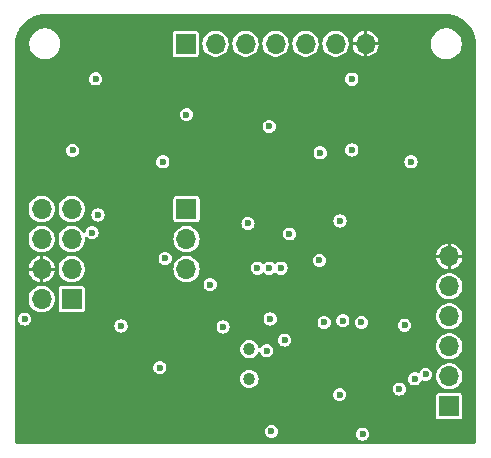
<source format=gbr>
%TF.GenerationSoftware,KiCad,Pcbnew,8.0.4*%
%TF.CreationDate,2024-11-27T18:51:44-06:00*%
%TF.ProjectId,TempReader_w_I2C.kicad_sch,54656d70-5265-4616-9465-725f775f4932,rev?*%
%TF.SameCoordinates,Original*%
%TF.FileFunction,Copper,L3,Inr*%
%TF.FilePolarity,Positive*%
%FSLAX46Y46*%
G04 Gerber Fmt 4.6, Leading zero omitted, Abs format (unit mm)*
G04 Created by KiCad (PCBNEW 8.0.4) date 2024-11-27 18:51:44*
%MOMM*%
%LPD*%
G01*
G04 APERTURE LIST*
%TA.AperFunction,ComponentPad*%
%ADD10R,1.700000X1.700000*%
%TD*%
%TA.AperFunction,ComponentPad*%
%ADD11O,1.700000X1.700000*%
%TD*%
%TA.AperFunction,ComponentPad*%
%ADD12C,1.030000*%
%TD*%
%TA.AperFunction,ViaPad*%
%ADD13C,0.600000*%
%TD*%
G04 APERTURE END LIST*
D10*
%TO.N,unconnected-(J2-Pin_1-Pad1)*%
%TO.C,J2*%
X169920000Y-73000000D03*
D11*
%TO.N,unconnected-(J2-Pin_2-Pad2)*%
X172460000Y-73000000D03*
%TO.N,I2C_SDA*%
X175000000Y-73000000D03*
%TO.N,I2C_SCL*%
X177540000Y-73000000D03*
%TO.N,GND1*%
X180080000Y-73000000D03*
%TO.N,unconnected-(J2-Pin_6-Pad6)*%
X182620000Y-73000000D03*
%TO.N,+3V3*%
X185160000Y-73000000D03*
%TD*%
D10*
%TO.N,UART_TX*%
%TO.C,UART1*%
X170000000Y-87000000D03*
D11*
%TO.N,UART_RX*%
X170000000Y-89540000D03*
%TO.N,GND1*%
X170000000Y-92080000D03*
%TD*%
D12*
%TO.N,Net-(NRF24L01+1-XC2)*%
%TO.C,Y1*%
X175325000Y-98875000D03*
%TO.N,Net-(NRF24L01+1-XC1)*%
X175325000Y-101375000D03*
%TD*%
D10*
%TO.N,NRF_IRQ*%
%TO.C,J1*%
X160275000Y-94620000D03*
D11*
%TO.N,SPI_MOSI*%
X157735000Y-94620000D03*
%TO.N,CS_NRF*%
X160275000Y-92080000D03*
%TO.N,+3V3*%
X157735000Y-92080000D03*
%TO.N,GND1*%
X160275000Y-89540000D03*
%TO.N,NRF_CE*%
X157735000Y-89540000D03*
%TO.N,SPI_SCK*%
X160275000Y-87000000D03*
%TO.N,SPI_MISO*%
X157735000Y-87000000D03*
%TD*%
D10*
%TO.N,unconnected-(NotSure1-Pin_1-Pad1)*%
%TO.C,NotSure1*%
X192250000Y-103700000D03*
D11*
%TO.N,NRST*%
X192250000Y-101160000D03*
%TO.N,SW_DIO*%
X192250000Y-98620000D03*
%TO.N,GND1*%
X192250000Y-96080000D03*
%TO.N,SW_CLK*%
X192250000Y-93540000D03*
%TO.N,+3V3*%
X192250000Y-91000000D03*
%TD*%
D13*
%TO.N,+3V3*%
X164350000Y-83025000D03*
X186000000Y-85000000D03*
X185075000Y-99125000D03*
X164300000Y-76975000D03*
X172000000Y-83000000D03*
X168000000Y-78000000D03*
X176250000Y-87250000D03*
X173000000Y-93400000D03*
X165000000Y-92000000D03*
X187000000Y-75000000D03*
X182000000Y-90000000D03*
X183890000Y-101925000D03*
X177550000Y-98500000D03*
X190720000Y-80030000D03*
%TO.N,GND1*%
X160350000Y-82025000D03*
X176800000Y-99000000D03*
X177180000Y-105820000D03*
X184000000Y-76000000D03*
X184800000Y-96600000D03*
X188025000Y-102225000D03*
X170000000Y-79000000D03*
X188480000Y-96830000D03*
X162300000Y-75975000D03*
X189325000Y-101375000D03*
X167740000Y-100430000D03*
X162000000Y-89000000D03*
X181250000Y-91350000D03*
X189000000Y-83000000D03*
X184915000Y-106045000D03*
X182974904Y-102710000D03*
X168190000Y-91160000D03*
%TO.N,SPI_SCK*%
X178700000Y-89100000D03*
X176000000Y-92000000D03*
X162500000Y-87500000D03*
X181653296Y-96581318D03*
%TO.N,SPI_MOSI*%
X178000000Y-92000000D03*
X173100000Y-96990000D03*
%TO.N,CS_NRF*%
X181315380Y-82234620D03*
X172000000Y-93400000D03*
%TO.N,NRF_CE*%
X183240380Y-96440380D03*
X175200000Y-88200000D03*
%TO.N,SPI_MISO*%
X177000000Y-92000000D03*
X156300000Y-96300000D03*
X177083568Y-96297120D03*
%TO.N,NRF_IRQ*%
X164460000Y-96897120D03*
X178300000Y-98087500D03*
X183000000Y-88000000D03*
%TO.N,I2C_SDA*%
X184000000Y-82000000D03*
X177000000Y-80000000D03*
%TO.N,NRST*%
X190250000Y-101000000D03*
X168000000Y-83000000D03*
%TD*%
%TA.AperFunction,Conductor*%
%TO.N,+3V3*%
G36*
X192003801Y-70500730D02*
G01*
X192033105Y-70502502D01*
X192293684Y-70518264D01*
X192308765Y-70520095D01*
X192590682Y-70571758D01*
X192605429Y-70575393D01*
X192879071Y-70660663D01*
X192893283Y-70666054D01*
X193154624Y-70783674D01*
X193168090Y-70790740D01*
X193413367Y-70939016D01*
X193425866Y-70947643D01*
X193651485Y-71124404D01*
X193662865Y-71134487D01*
X193865512Y-71337134D01*
X193875596Y-71348515D01*
X194052353Y-71574130D01*
X194060985Y-71586635D01*
X194146687Y-71728403D01*
X194209255Y-71831903D01*
X194216325Y-71845375D01*
X194333943Y-72106711D01*
X194339339Y-72120937D01*
X194424602Y-72394554D01*
X194428243Y-72409328D01*
X194479902Y-72691222D01*
X194481736Y-72706326D01*
X194499270Y-72996197D01*
X194499500Y-73003805D01*
X194499500Y-106724000D01*
X194479498Y-106792121D01*
X194425842Y-106838614D01*
X194373500Y-106850000D01*
X184970998Y-106850000D01*
X184911994Y-106832675D01*
X184878417Y-106848495D01*
X184859002Y-106850000D01*
X155626500Y-106850000D01*
X155558379Y-106829998D01*
X155511886Y-106776342D01*
X155500500Y-106724000D01*
X155500500Y-105819999D01*
X176620715Y-105819999D01*
X176620715Y-105820000D01*
X176639771Y-105964752D01*
X176695644Y-106099641D01*
X176695649Y-106099649D01*
X176784525Y-106215474D01*
X176900350Y-106304350D01*
X176900357Y-106304355D01*
X177035246Y-106360228D01*
X177180000Y-106379285D01*
X177324754Y-106360228D01*
X177459643Y-106304355D01*
X177575474Y-106215474D01*
X177664355Y-106099643D01*
X177686989Y-106044999D01*
X184355715Y-106044999D01*
X184355715Y-106045000D01*
X184374771Y-106189752D01*
X184430644Y-106324641D01*
X184430649Y-106324649D01*
X184519525Y-106440474D01*
X184635350Y-106529350D01*
X184635357Y-106529355D01*
X184770246Y-106585228D01*
X184843300Y-106594845D01*
X184875448Y-106599078D01*
X184914727Y-106616454D01*
X184935500Y-106603104D01*
X184954552Y-106599078D01*
X184973524Y-106596580D01*
X185059754Y-106585228D01*
X185194643Y-106529355D01*
X185310474Y-106440474D01*
X185399355Y-106324643D01*
X185455228Y-106189754D01*
X185474285Y-106045000D01*
X185455228Y-105900246D01*
X185399355Y-105765358D01*
X185310474Y-105649526D01*
X185310472Y-105649524D01*
X185310471Y-105649523D01*
X185194649Y-105560649D01*
X185194641Y-105560644D01*
X185059752Y-105504771D01*
X184915000Y-105485715D01*
X184770247Y-105504771D01*
X184702802Y-105532708D01*
X184635358Y-105560645D01*
X184635357Y-105560646D01*
X184635356Y-105560646D01*
X184519526Y-105649526D01*
X184430646Y-105765356D01*
X184430645Y-105765358D01*
X184408012Y-105819999D01*
X184374771Y-105900247D01*
X184355715Y-106044999D01*
X177686989Y-106044999D01*
X177720228Y-105964754D01*
X177739285Y-105820000D01*
X177720228Y-105675246D01*
X177664355Y-105540358D01*
X177575474Y-105424526D01*
X177575472Y-105424524D01*
X177575471Y-105424523D01*
X177459649Y-105335649D01*
X177459641Y-105335644D01*
X177324752Y-105279771D01*
X177180000Y-105260715D01*
X177035247Y-105279771D01*
X176967802Y-105307708D01*
X176900358Y-105335645D01*
X176900357Y-105335646D01*
X176900356Y-105335646D01*
X176784526Y-105424526D01*
X176695646Y-105540356D01*
X176695645Y-105540358D01*
X176667708Y-105607802D01*
X176639771Y-105675247D01*
X176620715Y-105819999D01*
X155500500Y-105819999D01*
X155500500Y-102709999D01*
X182415619Y-102709999D01*
X182415619Y-102710000D01*
X182434675Y-102854752D01*
X182490548Y-102989641D01*
X182490553Y-102989649D01*
X182579429Y-103105474D01*
X182695254Y-103194350D01*
X182695261Y-103194355D01*
X182830150Y-103250228D01*
X182974904Y-103269285D01*
X183119658Y-103250228D01*
X183254547Y-103194355D01*
X183370378Y-103105474D01*
X183459259Y-102989643D01*
X183515132Y-102854754D01*
X183519058Y-102824930D01*
X191145500Y-102824930D01*
X191145500Y-104575063D01*
X191145501Y-104575073D01*
X191160265Y-104649300D01*
X191216516Y-104733484D01*
X191300697Y-104789733D01*
X191300699Y-104789734D01*
X191374933Y-104804500D01*
X193125066Y-104804499D01*
X193125069Y-104804498D01*
X193125073Y-104804498D01*
X193174326Y-104794701D01*
X193199301Y-104789734D01*
X193283484Y-104733484D01*
X193339734Y-104649301D01*
X193354500Y-104575067D01*
X193354499Y-102824934D01*
X193354498Y-102824930D01*
X193354498Y-102824926D01*
X193339734Y-102750699D01*
X193283483Y-102666515D01*
X193199302Y-102610266D01*
X193125067Y-102595500D01*
X191374936Y-102595500D01*
X191374926Y-102595501D01*
X191300699Y-102610265D01*
X191216515Y-102666516D01*
X191160266Y-102750697D01*
X191145500Y-102824930D01*
X183519058Y-102824930D01*
X183534189Y-102710000D01*
X183534103Y-102709350D01*
X183515132Y-102565247D01*
X183515132Y-102565246D01*
X183459259Y-102430358D01*
X183370378Y-102314526D01*
X183370376Y-102314524D01*
X183370375Y-102314523D01*
X183254553Y-102225649D01*
X183254545Y-102225644D01*
X183252988Y-102224999D01*
X187465715Y-102224999D01*
X187465715Y-102225000D01*
X187484771Y-102369752D01*
X187540644Y-102504641D01*
X187540649Y-102504649D01*
X187629525Y-102620474D01*
X187745350Y-102709350D01*
X187745357Y-102709355D01*
X187880246Y-102765228D01*
X188025000Y-102784285D01*
X188169754Y-102765228D01*
X188304643Y-102709355D01*
X188420474Y-102620474D01*
X188509355Y-102504643D01*
X188565228Y-102369754D01*
X188584285Y-102225000D01*
X188565228Y-102080246D01*
X188509355Y-101945358D01*
X188420474Y-101829526D01*
X188420472Y-101829524D01*
X188420471Y-101829523D01*
X188304649Y-101740649D01*
X188304641Y-101740644D01*
X188169752Y-101684771D01*
X188025000Y-101665715D01*
X187880247Y-101684771D01*
X187816960Y-101710986D01*
X187745358Y-101740645D01*
X187745357Y-101740646D01*
X187745356Y-101740646D01*
X187629526Y-101829526D01*
X187540646Y-101945356D01*
X187540645Y-101945358D01*
X187526119Y-101980426D01*
X187484771Y-102080247D01*
X187465715Y-102224999D01*
X183252988Y-102224999D01*
X183119656Y-102169771D01*
X182974904Y-102150715D01*
X182830151Y-102169771D01*
X182762706Y-102197708D01*
X182695262Y-102225645D01*
X182695261Y-102225646D01*
X182695260Y-102225646D01*
X182579430Y-102314526D01*
X182490550Y-102430356D01*
X182490549Y-102430358D01*
X182462612Y-102497802D01*
X182434675Y-102565247D01*
X182415619Y-102709999D01*
X155500500Y-102709999D01*
X155500500Y-101375000D01*
X174550631Y-101375000D01*
X174570046Y-101547313D01*
X174607601Y-101654639D01*
X174627318Y-101710986D01*
X174627319Y-101710988D01*
X174719573Y-101857811D01*
X174842188Y-101980426D01*
X174945254Y-102045186D01*
X174989014Y-102072682D01*
X175152687Y-102129954D01*
X175325000Y-102149369D01*
X175497313Y-102129954D01*
X175660986Y-102072682D01*
X175807811Y-101980426D01*
X175930426Y-101857811D01*
X176022682Y-101710986D01*
X176079954Y-101547313D01*
X176099369Y-101375000D01*
X176099369Y-101374999D01*
X188765715Y-101374999D01*
X188765715Y-101375000D01*
X188784771Y-101519752D01*
X188840644Y-101654641D01*
X188840649Y-101654649D01*
X188929525Y-101770474D01*
X189045350Y-101859350D01*
X189045357Y-101859355D01*
X189180246Y-101915228D01*
X189325000Y-101934285D01*
X189469754Y-101915228D01*
X189604643Y-101859355D01*
X189720474Y-101770474D01*
X189809355Y-101654643D01*
X189844922Y-101568776D01*
X189889468Y-101513498D01*
X189956831Y-101491076D01*
X190009541Y-101500585D01*
X190105246Y-101540228D01*
X190250000Y-101559285D01*
X190394754Y-101540228D01*
X190529643Y-101484355D01*
X190645474Y-101395474D01*
X190734355Y-101279643D01*
X190783915Y-101159995D01*
X191140768Y-101159995D01*
X191140768Y-101160004D01*
X191159654Y-101363819D01*
X191209847Y-101540228D01*
X191215672Y-101560701D01*
X191306912Y-101743935D01*
X191306913Y-101743936D01*
X191430266Y-101907284D01*
X191581536Y-102045185D01*
X191755566Y-102152940D01*
X191755568Y-102152940D01*
X191755573Y-102152944D01*
X191946444Y-102226888D01*
X192147653Y-102264500D01*
X192147655Y-102264500D01*
X192352345Y-102264500D01*
X192352347Y-102264500D01*
X192553556Y-102226888D01*
X192744427Y-102152944D01*
X192918462Y-102045186D01*
X193069732Y-101907285D01*
X193193088Y-101743935D01*
X193284328Y-101560701D01*
X193340345Y-101363821D01*
X193352723Y-101230246D01*
X193359232Y-101160004D01*
X193359232Y-101159995D01*
X193340345Y-100956180D01*
X193328445Y-100914355D01*
X193284328Y-100759299D01*
X193193088Y-100576065D01*
X193105268Y-100459772D01*
X193069733Y-100412715D01*
X192918463Y-100274814D01*
X192744433Y-100167059D01*
X192744428Y-100167057D01*
X192744427Y-100167056D01*
X192701322Y-100150357D01*
X192553559Y-100093113D01*
X192553560Y-100093113D01*
X192553557Y-100093112D01*
X192553556Y-100093112D01*
X192352347Y-100055500D01*
X192147653Y-100055500D01*
X191946444Y-100093112D01*
X191946439Y-100093113D01*
X191755577Y-100167054D01*
X191755566Y-100167059D01*
X191581536Y-100274814D01*
X191430266Y-100412715D01*
X191306913Y-100576063D01*
X191215671Y-100759301D01*
X191159654Y-100956180D01*
X191140768Y-101159995D01*
X190783915Y-101159995D01*
X190790228Y-101144754D01*
X190809285Y-101000000D01*
X190805365Y-100970228D01*
X190790228Y-100855247D01*
X190781747Y-100834772D01*
X190734355Y-100720358D01*
X190645474Y-100604526D01*
X190645472Y-100604524D01*
X190645471Y-100604523D01*
X190529649Y-100515649D01*
X190529641Y-100515644D01*
X190394752Y-100459771D01*
X190250000Y-100440715D01*
X190105247Y-100459771D01*
X190037802Y-100487708D01*
X189970358Y-100515645D01*
X189970357Y-100515646D01*
X189970356Y-100515646D01*
X189854526Y-100604526D01*
X189765646Y-100720356D01*
X189765642Y-100720363D01*
X189730078Y-100806222D01*
X189685530Y-100861503D01*
X189618166Y-100883923D01*
X189565454Y-100874412D01*
X189469754Y-100834772D01*
X189469752Y-100834771D01*
X189325000Y-100815715D01*
X189180247Y-100834771D01*
X189130818Y-100855246D01*
X189045358Y-100890645D01*
X189045357Y-100890646D01*
X189045356Y-100890646D01*
X188929526Y-100979526D01*
X188840646Y-101095356D01*
X188840645Y-101095358D01*
X188812708Y-101162802D01*
X188784771Y-101230247D01*
X188765715Y-101374999D01*
X176099369Y-101374999D01*
X176079954Y-101202687D01*
X176022682Y-101039014D01*
X175991435Y-100989285D01*
X175930426Y-100892188D01*
X175807811Y-100769573D01*
X175660988Y-100677319D01*
X175660986Y-100677318D01*
X175497313Y-100620046D01*
X175325000Y-100600631D01*
X175152687Y-100620046D01*
X175152684Y-100620046D01*
X175152684Y-100620047D01*
X174989013Y-100677318D01*
X174989011Y-100677319D01*
X174842188Y-100769573D01*
X174719573Y-100892188D01*
X174627319Y-101039011D01*
X174627318Y-101039013D01*
X174570047Y-101202684D01*
X174570046Y-101202687D01*
X174550631Y-101375000D01*
X155500500Y-101375000D01*
X155500500Y-100429999D01*
X167180715Y-100429999D01*
X167180715Y-100430000D01*
X167199771Y-100574752D01*
X167255644Y-100709641D01*
X167255649Y-100709649D01*
X167344525Y-100825474D01*
X167460350Y-100914350D01*
X167460357Y-100914355D01*
X167595246Y-100970228D01*
X167740000Y-100989285D01*
X167884754Y-100970228D01*
X168019643Y-100914355D01*
X168135474Y-100825474D01*
X168224355Y-100709643D01*
X168280228Y-100574754D01*
X168299285Y-100430000D01*
X168297009Y-100412715D01*
X168280228Y-100285247D01*
X168280228Y-100285246D01*
X168224355Y-100150358D01*
X168135474Y-100034526D01*
X168135472Y-100034524D01*
X168135471Y-100034523D01*
X168019649Y-99945649D01*
X168019641Y-99945644D01*
X167884752Y-99889771D01*
X167740000Y-99870715D01*
X167595247Y-99889771D01*
X167527802Y-99917708D01*
X167460358Y-99945645D01*
X167460357Y-99945646D01*
X167460356Y-99945646D01*
X167344526Y-100034526D01*
X167255646Y-100150356D01*
X167255645Y-100150358D01*
X167227708Y-100217802D01*
X167199771Y-100285247D01*
X167180715Y-100429999D01*
X155500500Y-100429999D01*
X155500500Y-98875000D01*
X174550631Y-98875000D01*
X174570046Y-99047313D01*
X174570047Y-99047315D01*
X174627318Y-99210986D01*
X174627319Y-99210988D01*
X174719573Y-99357811D01*
X174842188Y-99480426D01*
X174966299Y-99558409D01*
X174989014Y-99572682D01*
X175152687Y-99629954D01*
X175325000Y-99649369D01*
X175497313Y-99629954D01*
X175660986Y-99572682D01*
X175807811Y-99480426D01*
X175930426Y-99357811D01*
X176022682Y-99210986D01*
X176034795Y-99176369D01*
X176076170Y-99118679D01*
X176142170Y-99092515D01*
X176211837Y-99106186D01*
X176263054Y-99155353D01*
X176270131Y-99169765D01*
X176315642Y-99279637D01*
X176315649Y-99279649D01*
X176404525Y-99395474D01*
X176520350Y-99484350D01*
X176520357Y-99484355D01*
X176655246Y-99540228D01*
X176800000Y-99559285D01*
X176944754Y-99540228D01*
X177079643Y-99484355D01*
X177195474Y-99395474D01*
X177284355Y-99279643D01*
X177340228Y-99144754D01*
X177359285Y-99000000D01*
X177340228Y-98855246D01*
X177284355Y-98720358D01*
X177195474Y-98604526D01*
X177195472Y-98604524D01*
X177195471Y-98604523D01*
X177079649Y-98515649D01*
X177079641Y-98515644D01*
X176944752Y-98459771D01*
X176800000Y-98440715D01*
X176655247Y-98459771D01*
X176599232Y-98482974D01*
X176520358Y-98515645D01*
X176520357Y-98515646D01*
X176520356Y-98515646D01*
X176404526Y-98604526D01*
X176315646Y-98720356D01*
X176311518Y-98727508D01*
X176309173Y-98726154D01*
X176272992Y-98771041D01*
X176205626Y-98793454D01*
X176136837Y-98775888D01*
X176088465Y-98723920D01*
X176082215Y-98709149D01*
X176060393Y-98646785D01*
X176022682Y-98539014D01*
X175972891Y-98459772D01*
X175930426Y-98392188D01*
X175807811Y-98269573D01*
X175660988Y-98177319D01*
X175660986Y-98177318D01*
X175497313Y-98120046D01*
X175325000Y-98100631D01*
X175152687Y-98120046D01*
X175152684Y-98120046D01*
X175152684Y-98120047D01*
X174989013Y-98177318D01*
X174989011Y-98177319D01*
X174842188Y-98269573D01*
X174719573Y-98392188D01*
X174627319Y-98539011D01*
X174627318Y-98539013D01*
X174598978Y-98620004D01*
X174570046Y-98702687D01*
X174550631Y-98875000D01*
X155500500Y-98875000D01*
X155500500Y-98087499D01*
X177740715Y-98087499D01*
X177740715Y-98087500D01*
X177759771Y-98232252D01*
X177815644Y-98367141D01*
X177815649Y-98367149D01*
X177904525Y-98482974D01*
X178020350Y-98571850D01*
X178020357Y-98571855D01*
X178155246Y-98627728D01*
X178300000Y-98646785D01*
X178444754Y-98627728D01*
X178463423Y-98619995D01*
X191140768Y-98619995D01*
X191140768Y-98620004D01*
X191159654Y-98823819D01*
X191209782Y-98999999D01*
X191215672Y-99020701D01*
X191306912Y-99203935D01*
X191312238Y-99210988D01*
X191430266Y-99367284D01*
X191581536Y-99505185D01*
X191755566Y-99612940D01*
X191755568Y-99612940D01*
X191755573Y-99612944D01*
X191946444Y-99686888D01*
X192147653Y-99724500D01*
X192147655Y-99724500D01*
X192352345Y-99724500D01*
X192352347Y-99724500D01*
X192553556Y-99686888D01*
X192744427Y-99612944D01*
X192918462Y-99505186D01*
X193069732Y-99367285D01*
X193076887Y-99357811D01*
X193090006Y-99340436D01*
X193193088Y-99203935D01*
X193284328Y-99020701D01*
X193340345Y-98823821D01*
X193349932Y-98720358D01*
X193359232Y-98620004D01*
X193359232Y-98619995D01*
X193340345Y-98416180D01*
X193333519Y-98392188D01*
X193284328Y-98219299D01*
X193193088Y-98036065D01*
X193122617Y-97942746D01*
X193069733Y-97872715D01*
X192918463Y-97734814D01*
X192744433Y-97627059D01*
X192744428Y-97627057D01*
X192744427Y-97627056D01*
X192682716Y-97603149D01*
X192553559Y-97553113D01*
X192553560Y-97553113D01*
X192553557Y-97553112D01*
X192553556Y-97553112D01*
X192352347Y-97515500D01*
X192147653Y-97515500D01*
X191977686Y-97547272D01*
X191946439Y-97553113D01*
X191755577Y-97627054D01*
X191755566Y-97627059D01*
X191581536Y-97734814D01*
X191430266Y-97872715D01*
X191306913Y-98036063D01*
X191215671Y-98219301D01*
X191159654Y-98416180D01*
X191140768Y-98619995D01*
X178463423Y-98619995D01*
X178579643Y-98571855D01*
X178695474Y-98482974D01*
X178784355Y-98367143D01*
X178840228Y-98232254D01*
X178859285Y-98087500D01*
X178840228Y-97942746D01*
X178784355Y-97807858D01*
X178695474Y-97692026D01*
X178695472Y-97692024D01*
X178695471Y-97692023D01*
X178579649Y-97603149D01*
X178579641Y-97603144D01*
X178444752Y-97547271D01*
X178300000Y-97528215D01*
X178155247Y-97547271D01*
X178087802Y-97575208D01*
X178020358Y-97603145D01*
X178020357Y-97603146D01*
X178020356Y-97603146D01*
X177904526Y-97692026D01*
X177815646Y-97807856D01*
X177815645Y-97807858D01*
X177788780Y-97872715D01*
X177759771Y-97942747D01*
X177740715Y-98087499D01*
X155500500Y-98087499D01*
X155500500Y-96897119D01*
X163900715Y-96897119D01*
X163900715Y-96897120D01*
X163919771Y-97041872D01*
X163975644Y-97176761D01*
X163975649Y-97176769D01*
X164064525Y-97292594D01*
X164180350Y-97381470D01*
X164180357Y-97381475D01*
X164315246Y-97437348D01*
X164460000Y-97456405D01*
X164604754Y-97437348D01*
X164739643Y-97381475D01*
X164855474Y-97292594D01*
X164944355Y-97176763D01*
X165000228Y-97041874D01*
X165007057Y-96989999D01*
X172540715Y-96989999D01*
X172540715Y-96990000D01*
X172559771Y-97134752D01*
X172615644Y-97269641D01*
X172615649Y-97269649D01*
X172704525Y-97385474D01*
X172796964Y-97456405D01*
X172820357Y-97474355D01*
X172955246Y-97530228D01*
X173100000Y-97549285D01*
X173244754Y-97530228D01*
X173379643Y-97474355D01*
X173495474Y-97385474D01*
X173584355Y-97269643D01*
X173640228Y-97134754D01*
X173659285Y-96990000D01*
X173640228Y-96845246D01*
X173584355Y-96710358D01*
X173495474Y-96594526D01*
X173495472Y-96594524D01*
X173495471Y-96594523D01*
X173379649Y-96505649D01*
X173379641Y-96505644D01*
X173244752Y-96449771D01*
X173100000Y-96430715D01*
X172955247Y-96449771D01*
X172887802Y-96477708D01*
X172820358Y-96505645D01*
X172820357Y-96505646D01*
X172820356Y-96505646D01*
X172704526Y-96594526D01*
X172615646Y-96710356D01*
X172615645Y-96710358D01*
X172601398Y-96744754D01*
X172559771Y-96845247D01*
X172540715Y-96989999D01*
X165007057Y-96989999D01*
X165019285Y-96897120D01*
X165000228Y-96752366D01*
X164944355Y-96617478D01*
X164855474Y-96501646D01*
X164855472Y-96501644D01*
X164855471Y-96501643D01*
X164739649Y-96412769D01*
X164739641Y-96412764D01*
X164604752Y-96356891D01*
X164460000Y-96337835D01*
X164315247Y-96356891D01*
X164256253Y-96381328D01*
X164180358Y-96412765D01*
X164180357Y-96412766D01*
X164180356Y-96412766D01*
X164064526Y-96501646D01*
X163975646Y-96617476D01*
X163975645Y-96617478D01*
X163956402Y-96663935D01*
X163919771Y-96752367D01*
X163900715Y-96897119D01*
X155500500Y-96897119D01*
X155500500Y-96397774D01*
X155520502Y-96329653D01*
X155554774Y-96299955D01*
X155552434Y-96298490D01*
X155700122Y-96298490D01*
X155709012Y-96302550D01*
X155747396Y-96362276D01*
X155751422Y-96381328D01*
X155759771Y-96444752D01*
X155815644Y-96579641D01*
X155815649Y-96579649D01*
X155904525Y-96695474D01*
X156020350Y-96784350D01*
X156020357Y-96784355D01*
X156155246Y-96840228D01*
X156300000Y-96859285D01*
X156444754Y-96840228D01*
X156579643Y-96784355D01*
X156695474Y-96695474D01*
X156784355Y-96579643D01*
X156840228Y-96444754D01*
X156859285Y-96300000D01*
X156858906Y-96297119D01*
X176524283Y-96297119D01*
X176524283Y-96297120D01*
X176543339Y-96441872D01*
X176599212Y-96576761D01*
X176599217Y-96576769D01*
X176688093Y-96692594D01*
X176803918Y-96781470D01*
X176803925Y-96781475D01*
X176938814Y-96837348D01*
X177083568Y-96856405D01*
X177228322Y-96837348D01*
X177363211Y-96781475D01*
X177479042Y-96692594D01*
X177564429Y-96581317D01*
X181094011Y-96581317D01*
X181094011Y-96581318D01*
X181113067Y-96726070D01*
X181168940Y-96860959D01*
X181168945Y-96860967D01*
X181257821Y-96976792D01*
X181373646Y-97065668D01*
X181373653Y-97065673D01*
X181508542Y-97121546D01*
X181653296Y-97140603D01*
X181798050Y-97121546D01*
X181932939Y-97065673D01*
X182048770Y-96976792D01*
X182137651Y-96860961D01*
X182193524Y-96726072D01*
X182212581Y-96581318D01*
X182212360Y-96579643D01*
X182195984Y-96455247D01*
X182194026Y-96440379D01*
X182681095Y-96440379D01*
X182681095Y-96440380D01*
X182700151Y-96585132D01*
X182756024Y-96720021D01*
X182756029Y-96720029D01*
X182844905Y-96835854D01*
X182960730Y-96924730D01*
X182960737Y-96924735D01*
X183095626Y-96980608D01*
X183240380Y-96999665D01*
X183385134Y-96980608D01*
X183520023Y-96924735D01*
X183635854Y-96835854D01*
X183724735Y-96720023D01*
X183774451Y-96599999D01*
X184240715Y-96599999D01*
X184240715Y-96600000D01*
X184259771Y-96744752D01*
X184315644Y-96879641D01*
X184315649Y-96879649D01*
X184404525Y-96995474D01*
X184505487Y-97072945D01*
X184520357Y-97084355D01*
X184655246Y-97140228D01*
X184800000Y-97159285D01*
X184944754Y-97140228D01*
X185079643Y-97084355D01*
X185195474Y-96995474D01*
X185284355Y-96879643D01*
X185304918Y-96829999D01*
X187920715Y-96829999D01*
X187920715Y-96830000D01*
X187939771Y-96974752D01*
X187995644Y-97109641D01*
X187995649Y-97109649D01*
X188084525Y-97225474D01*
X188200350Y-97314350D01*
X188200357Y-97314355D01*
X188335246Y-97370228D01*
X188480000Y-97389285D01*
X188624754Y-97370228D01*
X188759643Y-97314355D01*
X188875474Y-97225474D01*
X188964355Y-97109643D01*
X189020228Y-96974754D01*
X189039285Y-96830000D01*
X189038927Y-96827284D01*
X189025603Y-96726072D01*
X189020228Y-96685246D01*
X188964355Y-96550358D01*
X188875474Y-96434526D01*
X188875472Y-96434524D01*
X188875471Y-96434523D01*
X188759649Y-96345649D01*
X188759641Y-96345644D01*
X188624752Y-96289771D01*
X188480000Y-96270715D01*
X188335247Y-96289771D01*
X188306507Y-96301676D01*
X188200358Y-96345645D01*
X188200357Y-96345646D01*
X188200356Y-96345646D01*
X188084526Y-96434526D01*
X187995646Y-96550356D01*
X187995645Y-96550358D01*
X187967844Y-96617476D01*
X187939771Y-96685247D01*
X187920715Y-96829999D01*
X185304918Y-96829999D01*
X185340228Y-96744754D01*
X185359285Y-96600000D01*
X185356825Y-96581318D01*
X185340228Y-96455247D01*
X185340228Y-96455246D01*
X185284355Y-96320358D01*
X185195474Y-96204526D01*
X185195472Y-96204524D01*
X185195471Y-96204523D01*
X185079649Y-96115649D01*
X185079641Y-96115644D01*
X184993577Y-96079995D01*
X191140768Y-96079995D01*
X191140768Y-96080004D01*
X191159654Y-96283819D01*
X191206872Y-96449772D01*
X191215672Y-96480701D01*
X191306912Y-96663935D01*
X191306913Y-96663936D01*
X191430266Y-96827284D01*
X191581536Y-96965185D01*
X191755566Y-97072940D01*
X191755568Y-97072940D01*
X191755573Y-97072944D01*
X191946444Y-97146888D01*
X192147653Y-97184500D01*
X192147655Y-97184500D01*
X192352345Y-97184500D01*
X192352347Y-97184500D01*
X192553556Y-97146888D01*
X192744427Y-97072944D01*
X192918462Y-96965186D01*
X193069732Y-96827285D01*
X193193088Y-96663935D01*
X193284328Y-96480701D01*
X193340345Y-96283821D01*
X193349424Y-96185841D01*
X193359232Y-96080004D01*
X193359232Y-96079995D01*
X193342566Y-95900151D01*
X193340345Y-95876179D01*
X193284328Y-95679299D01*
X193193088Y-95496065D01*
X193152538Y-95442368D01*
X193069733Y-95332715D01*
X192918463Y-95194814D01*
X192744433Y-95087059D01*
X192744428Y-95087057D01*
X192744427Y-95087056D01*
X192744422Y-95087054D01*
X192553559Y-95013113D01*
X192553560Y-95013113D01*
X192553557Y-95013112D01*
X192553556Y-95013112D01*
X192352347Y-94975500D01*
X192147653Y-94975500D01*
X191946444Y-95013112D01*
X191946439Y-95013113D01*
X191755577Y-95087054D01*
X191755566Y-95087059D01*
X191581536Y-95194814D01*
X191430266Y-95332715D01*
X191306913Y-95496063D01*
X191215671Y-95679301D01*
X191159654Y-95876180D01*
X191140768Y-96079995D01*
X184993577Y-96079995D01*
X184944752Y-96059771D01*
X184800000Y-96040715D01*
X184655247Y-96059771D01*
X184606402Y-96080004D01*
X184520358Y-96115645D01*
X184520357Y-96115646D01*
X184520356Y-96115646D01*
X184404526Y-96204526D01*
X184315646Y-96320356D01*
X184315645Y-96320358D01*
X184300512Y-96356892D01*
X184259771Y-96455247D01*
X184240715Y-96599999D01*
X183774451Y-96599999D01*
X183780608Y-96585134D01*
X183799665Y-96440380D01*
X183796029Y-96412765D01*
X183783864Y-96320356D01*
X183780608Y-96295626D01*
X183724735Y-96160738D01*
X183635854Y-96044906D01*
X183635852Y-96044904D01*
X183635851Y-96044903D01*
X183520029Y-95956029D01*
X183520021Y-95956024D01*
X183385132Y-95900151D01*
X183240380Y-95881095D01*
X183095627Y-95900151D01*
X183028182Y-95928088D01*
X182960738Y-95956025D01*
X182960737Y-95956026D01*
X182960736Y-95956026D01*
X182844906Y-96044906D01*
X182756026Y-96160736D01*
X182756025Y-96160738D01*
X182737887Y-96204526D01*
X182700151Y-96295627D01*
X182681095Y-96440379D01*
X182194026Y-96440379D01*
X182193524Y-96436564D01*
X182137651Y-96301676D01*
X182048770Y-96185844D01*
X182048768Y-96185842D01*
X182048767Y-96185841D01*
X181932945Y-96096967D01*
X181932937Y-96096962D01*
X181798048Y-96041089D01*
X181653296Y-96022033D01*
X181508543Y-96041089D01*
X181463440Y-96059772D01*
X181373654Y-96096963D01*
X181373653Y-96096964D01*
X181373652Y-96096964D01*
X181257822Y-96185844D01*
X181168942Y-96301674D01*
X181168941Y-96301676D01*
X181150729Y-96345644D01*
X181113067Y-96436565D01*
X181094011Y-96581317D01*
X177564429Y-96581317D01*
X177567923Y-96576763D01*
X177623796Y-96441874D01*
X177642853Y-96297120D01*
X177642656Y-96295627D01*
X177630663Y-96204526D01*
X177623796Y-96152366D01*
X177567923Y-96017478D01*
X177479042Y-95901646D01*
X177479040Y-95901644D01*
X177479039Y-95901643D01*
X177363217Y-95812769D01*
X177363209Y-95812764D01*
X177228320Y-95756891D01*
X177083568Y-95737835D01*
X176938815Y-95756891D01*
X176871370Y-95784828D01*
X176803926Y-95812765D01*
X176803925Y-95812766D01*
X176803924Y-95812766D01*
X176688094Y-95901646D01*
X176599214Y-96017476D01*
X176599213Y-96017478D01*
X176581694Y-96059772D01*
X176543339Y-96152367D01*
X176524283Y-96297119D01*
X156858906Y-96297119D01*
X156857938Y-96289772D01*
X156840228Y-96155247D01*
X156839035Y-96152366D01*
X156784355Y-96020358D01*
X156695474Y-95904526D01*
X156695472Y-95904524D01*
X156695471Y-95904523D01*
X156579649Y-95815649D01*
X156579641Y-95815644D01*
X156444752Y-95759771D01*
X156300000Y-95740715D01*
X156155247Y-95759771D01*
X156087802Y-95787708D01*
X156020358Y-95815645D01*
X156020357Y-95815646D01*
X156020356Y-95815646D01*
X155904526Y-95904526D01*
X155815646Y-96020356D01*
X155815645Y-96020358D01*
X155799319Y-96059772D01*
X155759771Y-96155247D01*
X155751422Y-96218671D01*
X155722700Y-96283598D01*
X155700122Y-96298490D01*
X155552434Y-96298490D01*
X155532264Y-96285865D01*
X155502005Y-96221640D01*
X155500500Y-96202225D01*
X155500500Y-94619995D01*
X156625768Y-94619995D01*
X156625768Y-94620004D01*
X156644654Y-94823819D01*
X156644655Y-94823821D01*
X156700672Y-95020701D01*
X156791912Y-95203935D01*
X156791913Y-95203936D01*
X156915266Y-95367284D01*
X157066536Y-95505185D01*
X157240566Y-95612940D01*
X157240568Y-95612940D01*
X157240573Y-95612944D01*
X157431444Y-95686888D01*
X157632653Y-95724500D01*
X157632655Y-95724500D01*
X157837345Y-95724500D01*
X157837347Y-95724500D01*
X158038556Y-95686888D01*
X158229427Y-95612944D01*
X158403462Y-95505186D01*
X158554732Y-95367285D01*
X158678088Y-95203935D01*
X158769328Y-95020701D01*
X158825345Y-94823821D01*
X158844232Y-94620000D01*
X158825345Y-94416179D01*
X158769328Y-94219299D01*
X158678088Y-94036065D01*
X158606073Y-93940701D01*
X158554733Y-93872715D01*
X158414560Y-93744930D01*
X159170500Y-93744930D01*
X159170500Y-95495063D01*
X159170501Y-95495073D01*
X159185265Y-95569300D01*
X159241516Y-95653484D01*
X159325697Y-95709733D01*
X159325699Y-95709734D01*
X159399933Y-95724500D01*
X161150066Y-95724499D01*
X161150069Y-95724498D01*
X161150073Y-95724498D01*
X161199326Y-95714701D01*
X161224301Y-95709734D01*
X161308484Y-95653484D01*
X161364734Y-95569301D01*
X161379500Y-95495067D01*
X161379499Y-93744934D01*
X161379498Y-93744930D01*
X161379498Y-93744926D01*
X161364734Y-93670699D01*
X161308483Y-93586515D01*
X161224302Y-93530266D01*
X161150067Y-93515500D01*
X159399936Y-93515500D01*
X159399926Y-93515501D01*
X159325699Y-93530265D01*
X159241515Y-93586516D01*
X159185266Y-93670697D01*
X159170500Y-93744930D01*
X158414560Y-93744930D01*
X158403463Y-93734814D01*
X158229433Y-93627059D01*
X158229428Y-93627057D01*
X158229427Y-93627056D01*
X158229422Y-93627054D01*
X158038559Y-93553113D01*
X158038560Y-93553113D01*
X158038557Y-93553112D01*
X158038556Y-93553112D01*
X157837347Y-93515500D01*
X157632653Y-93515500D01*
X157431444Y-93553112D01*
X157431439Y-93553113D01*
X157240577Y-93627054D01*
X157240566Y-93627059D01*
X157066536Y-93734814D01*
X156915266Y-93872715D01*
X156791913Y-94036063D01*
X156700671Y-94219301D01*
X156644654Y-94416180D01*
X156625768Y-94619995D01*
X155500500Y-94619995D01*
X155500500Y-93399999D01*
X171440715Y-93399999D01*
X171440715Y-93400000D01*
X171459771Y-93544752D01*
X171515644Y-93679641D01*
X171515649Y-93679649D01*
X171604525Y-93795474D01*
X171720350Y-93884350D01*
X171720357Y-93884355D01*
X171855246Y-93940228D01*
X172000000Y-93959285D01*
X172144754Y-93940228D01*
X172279643Y-93884355D01*
X172395474Y-93795474D01*
X172484355Y-93679643D01*
X172540228Y-93544754D01*
X172540855Y-93539995D01*
X191140768Y-93539995D01*
X191140768Y-93540004D01*
X191159654Y-93743819D01*
X191159972Y-93744936D01*
X191215672Y-93940701D01*
X191306912Y-94123935D01*
X191306913Y-94123936D01*
X191430266Y-94287284D01*
X191581536Y-94425185D01*
X191755566Y-94532940D01*
X191755568Y-94532940D01*
X191755573Y-94532944D01*
X191946444Y-94606888D01*
X192147653Y-94644500D01*
X192147655Y-94644500D01*
X192352345Y-94644500D01*
X192352347Y-94644500D01*
X192553556Y-94606888D01*
X192744427Y-94532944D01*
X192918462Y-94425186D01*
X193069732Y-94287285D01*
X193193088Y-94123935D01*
X193284328Y-93940701D01*
X193340345Y-93743821D01*
X193358017Y-93553112D01*
X193359232Y-93540004D01*
X193359232Y-93539995D01*
X193340345Y-93336180D01*
X193317318Y-93255247D01*
X193284328Y-93139299D01*
X193193088Y-92956065D01*
X193120371Y-92859772D01*
X193069733Y-92792715D01*
X192918463Y-92654814D01*
X192744433Y-92547059D01*
X192744428Y-92547057D01*
X192744427Y-92547056D01*
X192726802Y-92540228D01*
X192553559Y-92473113D01*
X192553560Y-92473113D01*
X192553557Y-92473112D01*
X192553556Y-92473112D01*
X192352347Y-92435500D01*
X192147653Y-92435500D01*
X191946444Y-92473112D01*
X191946439Y-92473113D01*
X191755577Y-92547054D01*
X191755566Y-92547059D01*
X191581536Y-92654814D01*
X191430266Y-92792715D01*
X191306913Y-92956063D01*
X191215671Y-93139301D01*
X191159654Y-93336180D01*
X191140768Y-93539995D01*
X172540855Y-93539995D01*
X172559285Y-93400000D01*
X172540228Y-93255246D01*
X172484355Y-93120358D01*
X172395474Y-93004526D01*
X172395472Y-93004524D01*
X172395471Y-93004523D01*
X172279649Y-92915649D01*
X172279641Y-92915644D01*
X172144752Y-92859771D01*
X172000000Y-92840715D01*
X171855247Y-92859771D01*
X171787802Y-92887708D01*
X171720358Y-92915645D01*
X171720357Y-92915646D01*
X171720356Y-92915646D01*
X171604526Y-93004526D01*
X171515646Y-93120356D01*
X171515645Y-93120358D01*
X171504857Y-93146403D01*
X171459771Y-93255247D01*
X171440715Y-93399999D01*
X155500500Y-93399999D01*
X155500500Y-91952998D01*
X156638037Y-91952998D01*
X156638038Y-91953000D01*
X157251392Y-91953000D01*
X157235000Y-92014174D01*
X157235000Y-92145826D01*
X157251392Y-92207000D01*
X156638038Y-92207000D01*
X156638037Y-92207001D01*
X156645147Y-92283725D01*
X156701138Y-92480514D01*
X156701140Y-92480519D01*
X156792340Y-92663672D01*
X156915637Y-92826946D01*
X157066838Y-92964784D01*
X157240796Y-93072493D01*
X157240803Y-93072496D01*
X157431578Y-93146403D01*
X157431576Y-93146403D01*
X157608000Y-93179381D01*
X157608000Y-92563608D01*
X157669174Y-92580000D01*
X157800826Y-92580000D01*
X157862000Y-92563608D01*
X157862000Y-93179381D01*
X158038422Y-93146403D01*
X158229196Y-93072496D01*
X158229203Y-93072493D01*
X158403161Y-92964784D01*
X158554362Y-92826946D01*
X158677659Y-92663672D01*
X158768859Y-92480519D01*
X158768861Y-92480514D01*
X158824852Y-92283725D01*
X158831962Y-92207001D01*
X158831962Y-92207000D01*
X158218608Y-92207000D01*
X158235000Y-92145826D01*
X158235000Y-92079995D01*
X159165768Y-92079995D01*
X159165768Y-92080004D01*
X159184654Y-92283819D01*
X159211507Y-92378198D01*
X159240672Y-92480701D01*
X159331912Y-92663935D01*
X159331913Y-92663936D01*
X159455266Y-92827284D01*
X159606536Y-92965185D01*
X159780566Y-93072940D01*
X159780568Y-93072940D01*
X159780573Y-93072944D01*
X159971444Y-93146888D01*
X160172653Y-93184500D01*
X160172655Y-93184500D01*
X160377345Y-93184500D01*
X160377347Y-93184500D01*
X160578556Y-93146888D01*
X160769427Y-93072944D01*
X160943462Y-92965186D01*
X161094732Y-92827285D01*
X161218088Y-92663935D01*
X161309328Y-92480701D01*
X161365345Y-92283821D01*
X161371640Y-92215880D01*
X161384232Y-92080004D01*
X161384232Y-92079995D01*
X168890768Y-92079995D01*
X168890768Y-92080004D01*
X168909654Y-92283819D01*
X168936507Y-92378198D01*
X168965672Y-92480701D01*
X169056912Y-92663935D01*
X169056913Y-92663936D01*
X169180266Y-92827284D01*
X169331536Y-92965185D01*
X169505566Y-93072940D01*
X169505568Y-93072940D01*
X169505573Y-93072944D01*
X169696444Y-93146888D01*
X169897653Y-93184500D01*
X169897655Y-93184500D01*
X170102345Y-93184500D01*
X170102347Y-93184500D01*
X170303556Y-93146888D01*
X170494427Y-93072944D01*
X170668462Y-92965186D01*
X170819732Y-92827285D01*
X170943088Y-92663935D01*
X171034328Y-92480701D01*
X171090345Y-92283821D01*
X171096640Y-92215880D01*
X171109232Y-92080004D01*
X171109232Y-92079995D01*
X171101819Y-91999999D01*
X175440715Y-91999999D01*
X175440715Y-92000000D01*
X175459771Y-92144752D01*
X175515644Y-92279641D01*
X175515649Y-92279649D01*
X175604525Y-92395474D01*
X175715591Y-92480698D01*
X175720357Y-92484355D01*
X175855246Y-92540228D01*
X176000000Y-92559285D01*
X176144754Y-92540228D01*
X176279643Y-92484355D01*
X176395474Y-92395474D01*
X176400036Y-92389527D01*
X176457372Y-92347660D01*
X176528243Y-92343436D01*
X176590147Y-92378198D01*
X176599958Y-92389520D01*
X176604526Y-92395474D01*
X176604528Y-92395476D01*
X176715591Y-92480698D01*
X176720357Y-92484355D01*
X176855246Y-92540228D01*
X177000000Y-92559285D01*
X177144754Y-92540228D01*
X177279643Y-92484355D01*
X177395474Y-92395474D01*
X177400036Y-92389527D01*
X177457372Y-92347660D01*
X177528243Y-92343436D01*
X177590147Y-92378198D01*
X177599958Y-92389520D01*
X177604526Y-92395474D01*
X177604528Y-92395476D01*
X177715591Y-92480698D01*
X177720357Y-92484355D01*
X177855246Y-92540228D01*
X178000000Y-92559285D01*
X178144754Y-92540228D01*
X178279643Y-92484355D01*
X178395474Y-92395474D01*
X178484355Y-92279643D01*
X178540228Y-92144754D01*
X178559285Y-92000000D01*
X178540228Y-91855246D01*
X178484355Y-91720358D01*
X178395474Y-91604526D01*
X178395472Y-91604524D01*
X178395471Y-91604523D01*
X178279649Y-91515649D01*
X178279641Y-91515644D01*
X178144752Y-91459771D01*
X178000000Y-91440715D01*
X177855247Y-91459771D01*
X177787802Y-91487708D01*
X177720358Y-91515645D01*
X177720357Y-91515646D01*
X177720356Y-91515646D01*
X177604525Y-91604526D01*
X177599962Y-91610474D01*
X177542623Y-91652341D01*
X177471752Y-91656562D01*
X177409850Y-91621797D01*
X177400038Y-91610474D01*
X177395472Y-91604524D01*
X177279649Y-91515649D01*
X177279641Y-91515644D01*
X177144752Y-91459771D01*
X177000000Y-91440715D01*
X176855247Y-91459771D01*
X176787802Y-91487708D01*
X176720358Y-91515645D01*
X176720357Y-91515646D01*
X176720356Y-91515646D01*
X176604525Y-91604526D01*
X176599962Y-91610474D01*
X176542623Y-91652341D01*
X176471752Y-91656562D01*
X176409850Y-91621797D01*
X176400038Y-91610474D01*
X176395472Y-91604524D01*
X176279649Y-91515649D01*
X176279641Y-91515644D01*
X176144752Y-91459771D01*
X176000000Y-91440715D01*
X175855247Y-91459771D01*
X175787802Y-91487708D01*
X175720358Y-91515645D01*
X175720357Y-91515646D01*
X175720356Y-91515646D01*
X175604526Y-91604526D01*
X175515646Y-91720356D01*
X175515645Y-91720358D01*
X175493843Y-91772993D01*
X175459771Y-91855247D01*
X175440715Y-91999999D01*
X171101819Y-91999999D01*
X171090345Y-91876180D01*
X171078445Y-91834355D01*
X171034328Y-91679299D01*
X170943088Y-91496065D01*
X170900479Y-91439641D01*
X170832785Y-91349999D01*
X180690715Y-91349999D01*
X180690715Y-91350000D01*
X180709771Y-91494752D01*
X180765644Y-91629641D01*
X180765649Y-91629649D01*
X180854525Y-91745474D01*
X180970350Y-91834350D01*
X180970357Y-91834355D01*
X181105246Y-91890228D01*
X181250000Y-91909285D01*
X181394754Y-91890228D01*
X181529643Y-91834355D01*
X181645474Y-91745474D01*
X181734355Y-91629643D01*
X181790228Y-91494754D01*
X181809285Y-91350000D01*
X181807009Y-91332715D01*
X181790228Y-91205247D01*
X181789598Y-91203725D01*
X181734355Y-91070358D01*
X181645474Y-90954526D01*
X181645472Y-90954524D01*
X181645471Y-90954523D01*
X181539226Y-90872998D01*
X191153037Y-90872998D01*
X191153038Y-90873000D01*
X191766392Y-90873000D01*
X191750000Y-90934174D01*
X191750000Y-91065826D01*
X191766392Y-91127000D01*
X191153038Y-91127000D01*
X191153037Y-91127001D01*
X191160147Y-91203725D01*
X191216138Y-91400514D01*
X191216140Y-91400519D01*
X191307340Y-91583672D01*
X191430637Y-91746946D01*
X191581838Y-91884784D01*
X191755796Y-91992493D01*
X191755803Y-91992496D01*
X191946578Y-92066403D01*
X191946576Y-92066403D01*
X192123000Y-92099381D01*
X192123000Y-91483608D01*
X192184174Y-91500000D01*
X192315826Y-91500000D01*
X192377000Y-91483608D01*
X192377000Y-92099381D01*
X192553422Y-92066403D01*
X192744196Y-91992496D01*
X192744203Y-91992493D01*
X192918161Y-91884784D01*
X193069362Y-91746946D01*
X193192659Y-91583672D01*
X193283859Y-91400519D01*
X193283861Y-91400514D01*
X193339852Y-91203725D01*
X193346962Y-91127001D01*
X193346962Y-91127000D01*
X192733608Y-91127000D01*
X192750000Y-91065826D01*
X192750000Y-90934174D01*
X192733608Y-90873000D01*
X193346962Y-90873000D01*
X193346962Y-90872998D01*
X193339852Y-90796274D01*
X193283861Y-90599485D01*
X193283859Y-90599480D01*
X193192659Y-90416327D01*
X193069362Y-90253053D01*
X192918161Y-90115215D01*
X192744203Y-90007506D01*
X192744196Y-90007503D01*
X192553422Y-89933596D01*
X192553424Y-89933596D01*
X192377000Y-89900617D01*
X192377000Y-90516391D01*
X192315826Y-90500000D01*
X192184174Y-90500000D01*
X192123000Y-90516391D01*
X192123000Y-89900617D01*
X191946576Y-89933596D01*
X191755803Y-90007503D01*
X191755796Y-90007506D01*
X191581838Y-90115215D01*
X191430637Y-90253053D01*
X191307340Y-90416327D01*
X191216140Y-90599480D01*
X191216138Y-90599485D01*
X191160147Y-90796274D01*
X191153037Y-90872998D01*
X181539226Y-90872998D01*
X181529649Y-90865649D01*
X181529641Y-90865644D01*
X181394752Y-90809771D01*
X181250000Y-90790715D01*
X181105247Y-90809771D01*
X181037802Y-90837708D01*
X180970358Y-90865645D01*
X180970357Y-90865646D01*
X180970356Y-90865646D01*
X180854526Y-90954526D01*
X180765646Y-91070356D01*
X180765645Y-91070358D01*
X180737708Y-91137802D01*
X180709771Y-91205247D01*
X180690715Y-91349999D01*
X170832785Y-91349999D01*
X170819733Y-91332715D01*
X170668463Y-91194814D01*
X170494433Y-91087059D01*
X170494428Y-91087057D01*
X170494427Y-91087056D01*
X170451322Y-91070357D01*
X170303559Y-91013113D01*
X170303560Y-91013113D01*
X170303557Y-91013112D01*
X170303556Y-91013112D01*
X170102347Y-90975500D01*
X169897653Y-90975500D01*
X169696444Y-91013112D01*
X169696439Y-91013113D01*
X169505577Y-91087054D01*
X169505566Y-91087059D01*
X169331536Y-91194814D01*
X169180266Y-91332715D01*
X169056913Y-91496063D01*
X168965671Y-91679301D01*
X168909654Y-91876180D01*
X168890768Y-92079995D01*
X161384232Y-92079995D01*
X161365345Y-91876180D01*
X161353445Y-91834355D01*
X161309328Y-91679299D01*
X161218088Y-91496065D01*
X161175479Y-91439641D01*
X161094733Y-91332715D01*
X160943463Y-91194814D01*
X160887235Y-91159999D01*
X167630715Y-91159999D01*
X167630715Y-91160000D01*
X167649771Y-91304752D01*
X167705644Y-91439641D01*
X167705649Y-91439649D01*
X167794525Y-91555474D01*
X167910350Y-91644350D01*
X167910357Y-91644355D01*
X168045246Y-91700228D01*
X168190000Y-91719285D01*
X168334754Y-91700228D01*
X168469643Y-91644355D01*
X168585474Y-91555474D01*
X168674355Y-91439643D01*
X168730228Y-91304754D01*
X168749285Y-91160000D01*
X168730228Y-91015246D01*
X168674355Y-90880358D01*
X168585474Y-90764526D01*
X168585472Y-90764524D01*
X168585471Y-90764523D01*
X168469649Y-90675649D01*
X168469641Y-90675644D01*
X168334752Y-90619771D01*
X168190000Y-90600715D01*
X168045247Y-90619771D01*
X167985548Y-90644500D01*
X167910358Y-90675645D01*
X167910357Y-90675646D01*
X167910356Y-90675646D01*
X167794526Y-90764526D01*
X167705646Y-90880356D01*
X167705645Y-90880358D01*
X167677708Y-90947802D01*
X167649771Y-91015247D01*
X167630715Y-91159999D01*
X160887235Y-91159999D01*
X160769433Y-91087059D01*
X160769428Y-91087057D01*
X160769427Y-91087056D01*
X160726322Y-91070357D01*
X160578559Y-91013113D01*
X160578560Y-91013113D01*
X160578557Y-91013112D01*
X160578556Y-91013112D01*
X160377347Y-90975500D01*
X160172653Y-90975500D01*
X159971444Y-91013112D01*
X159971439Y-91013113D01*
X159780577Y-91087054D01*
X159780566Y-91087059D01*
X159606536Y-91194814D01*
X159455266Y-91332715D01*
X159331913Y-91496063D01*
X159240671Y-91679301D01*
X159184654Y-91876180D01*
X159165768Y-92079995D01*
X158235000Y-92079995D01*
X158235000Y-92014174D01*
X158218608Y-91953000D01*
X158831962Y-91953000D01*
X158831962Y-91952998D01*
X158824852Y-91876274D01*
X158768861Y-91679485D01*
X158768859Y-91679480D01*
X158677659Y-91496327D01*
X158554362Y-91333053D01*
X158403161Y-91195215D01*
X158229203Y-91087506D01*
X158229196Y-91087503D01*
X158038422Y-91013596D01*
X158038424Y-91013596D01*
X157862000Y-90980617D01*
X157862000Y-91596391D01*
X157800826Y-91580000D01*
X157669174Y-91580000D01*
X157608000Y-91596391D01*
X157608000Y-90980617D01*
X157431576Y-91013596D01*
X157240803Y-91087503D01*
X157240796Y-91087506D01*
X157066838Y-91195215D01*
X156915637Y-91333053D01*
X156792340Y-91496327D01*
X156701140Y-91679480D01*
X156701138Y-91679485D01*
X156645147Y-91876274D01*
X156638037Y-91952998D01*
X155500500Y-91952998D01*
X155500500Y-89539995D01*
X156625768Y-89539995D01*
X156625768Y-89540004D01*
X156644654Y-89743819D01*
X156644655Y-89743821D01*
X156700672Y-89940701D01*
X156791912Y-90123935D01*
X156791913Y-90123936D01*
X156915266Y-90287284D01*
X157066536Y-90425185D01*
X157240566Y-90532940D01*
X157240568Y-90532940D01*
X157240573Y-90532944D01*
X157431444Y-90606888D01*
X157632653Y-90644500D01*
X157632655Y-90644500D01*
X157837345Y-90644500D01*
X157837347Y-90644500D01*
X158038556Y-90606888D01*
X158229427Y-90532944D01*
X158403462Y-90425186D01*
X158554732Y-90287285D01*
X158678088Y-90123935D01*
X158769328Y-89940701D01*
X158825345Y-89743821D01*
X158831640Y-89675880D01*
X158844232Y-89540004D01*
X158844232Y-89539995D01*
X159165768Y-89539995D01*
X159165768Y-89540004D01*
X159184654Y-89743819D01*
X159184655Y-89743821D01*
X159240672Y-89940701D01*
X159331912Y-90123935D01*
X159331913Y-90123936D01*
X159455266Y-90287284D01*
X159606536Y-90425185D01*
X159780566Y-90532940D01*
X159780568Y-90532940D01*
X159780573Y-90532944D01*
X159971444Y-90606888D01*
X160172653Y-90644500D01*
X160172655Y-90644500D01*
X160377345Y-90644500D01*
X160377347Y-90644500D01*
X160578556Y-90606888D01*
X160769427Y-90532944D01*
X160943462Y-90425186D01*
X161094732Y-90287285D01*
X161218088Y-90123935D01*
X161309328Y-89940701D01*
X161365345Y-89743821D01*
X161371640Y-89675880D01*
X161384232Y-89540004D01*
X161384232Y-89539996D01*
X161379014Y-89483691D01*
X161392644Y-89414015D01*
X161441781Y-89362769D01*
X161510823Y-89346224D01*
X161577849Y-89369632D01*
X161598605Y-89389715D01*
X161598686Y-89389635D01*
X161603575Y-89394524D01*
X161604439Y-89395360D01*
X161604528Y-89395476D01*
X161720350Y-89484350D01*
X161720357Y-89484355D01*
X161855246Y-89540228D01*
X162000000Y-89559285D01*
X162144754Y-89540228D01*
X162145317Y-89539995D01*
X168890768Y-89539995D01*
X168890768Y-89540004D01*
X168909654Y-89743819D01*
X168909655Y-89743821D01*
X168965672Y-89940701D01*
X169056912Y-90123935D01*
X169056913Y-90123936D01*
X169180266Y-90287284D01*
X169331536Y-90425185D01*
X169505566Y-90532940D01*
X169505568Y-90532940D01*
X169505573Y-90532944D01*
X169696444Y-90606888D01*
X169897653Y-90644500D01*
X169897655Y-90644500D01*
X170102345Y-90644500D01*
X170102347Y-90644500D01*
X170303556Y-90606888D01*
X170494427Y-90532944D01*
X170668462Y-90425186D01*
X170819732Y-90287285D01*
X170943088Y-90123935D01*
X171034328Y-89940701D01*
X171090345Y-89743821D01*
X171096640Y-89675880D01*
X171109232Y-89540004D01*
X171109232Y-89539995D01*
X171090345Y-89336180D01*
X171074259Y-89279643D01*
X171034328Y-89139299D01*
X171014759Y-89099999D01*
X178140715Y-89099999D01*
X178140715Y-89100000D01*
X178159771Y-89244752D01*
X178215644Y-89379641D01*
X178215649Y-89379649D01*
X178304525Y-89495474D01*
X178387685Y-89559285D01*
X178420357Y-89584355D01*
X178555246Y-89640228D01*
X178700000Y-89659285D01*
X178844754Y-89640228D01*
X178979643Y-89584355D01*
X179095474Y-89495474D01*
X179184355Y-89379643D01*
X179240228Y-89244754D01*
X179259285Y-89100000D01*
X179240228Y-88955246D01*
X179184355Y-88820358D01*
X179095474Y-88704526D01*
X179095472Y-88704524D01*
X179095471Y-88704523D01*
X178979649Y-88615649D01*
X178979641Y-88615644D01*
X178844752Y-88559771D01*
X178700000Y-88540715D01*
X178555247Y-88559771D01*
X178487802Y-88587708D01*
X178420358Y-88615645D01*
X178420357Y-88615646D01*
X178420356Y-88615646D01*
X178304526Y-88704526D01*
X178215646Y-88820356D01*
X178215645Y-88820358D01*
X178187708Y-88887802D01*
X178159771Y-88955247D01*
X178140715Y-89099999D01*
X171014759Y-89099999D01*
X170943088Y-88956065D01*
X170866954Y-88855247D01*
X170819733Y-88792715D01*
X170668463Y-88654814D01*
X170494433Y-88547059D01*
X170494428Y-88547057D01*
X170494427Y-88547056D01*
X170476802Y-88540228D01*
X170303559Y-88473113D01*
X170303560Y-88473113D01*
X170303557Y-88473112D01*
X170303556Y-88473112D01*
X170102347Y-88435500D01*
X169897653Y-88435500D01*
X169696444Y-88473112D01*
X169696439Y-88473113D01*
X169505577Y-88547054D01*
X169505566Y-88547059D01*
X169331536Y-88654814D01*
X169180266Y-88792715D01*
X169056913Y-88956063D01*
X168965671Y-89139301D01*
X168909654Y-89336180D01*
X168890768Y-89539995D01*
X162145317Y-89539995D01*
X162279643Y-89484355D01*
X162395474Y-89395474D01*
X162484355Y-89279643D01*
X162540228Y-89144754D01*
X162559285Y-89000000D01*
X162540228Y-88855246D01*
X162484355Y-88720358D01*
X162395474Y-88604526D01*
X162395472Y-88604524D01*
X162395471Y-88604523D01*
X162279649Y-88515649D01*
X162279641Y-88515644D01*
X162144752Y-88459771D01*
X162000000Y-88440715D01*
X161855247Y-88459771D01*
X161807259Y-88479649D01*
X161720358Y-88515645D01*
X161720357Y-88515646D01*
X161720356Y-88515646D01*
X161604526Y-88604526D01*
X161515646Y-88720356D01*
X161515645Y-88720358D01*
X161459772Y-88855246D01*
X161459772Y-88855247D01*
X161452552Y-88910083D01*
X161423828Y-88975010D01*
X161364563Y-89014101D01*
X161293571Y-89014945D01*
X161233393Y-88977273D01*
X161220500Y-88959961D01*
X161218086Y-88956062D01*
X161094733Y-88792715D01*
X160943463Y-88654814D01*
X160769433Y-88547059D01*
X160769428Y-88547057D01*
X160769427Y-88547056D01*
X160751802Y-88540228D01*
X160578559Y-88473113D01*
X160578560Y-88473113D01*
X160578557Y-88473112D01*
X160578556Y-88473112D01*
X160377347Y-88435500D01*
X160172653Y-88435500D01*
X159971444Y-88473112D01*
X159971439Y-88473113D01*
X159780577Y-88547054D01*
X159780566Y-88547059D01*
X159606536Y-88654814D01*
X159455266Y-88792715D01*
X159331913Y-88956063D01*
X159240671Y-89139301D01*
X159184654Y-89336180D01*
X159165768Y-89539995D01*
X158844232Y-89539995D01*
X158825345Y-89336180D01*
X158809259Y-89279643D01*
X158769328Y-89139299D01*
X158678088Y-88956065D01*
X158601954Y-88855247D01*
X158554733Y-88792715D01*
X158403463Y-88654814D01*
X158229433Y-88547059D01*
X158229428Y-88547057D01*
X158229427Y-88547056D01*
X158211802Y-88540228D01*
X158038559Y-88473113D01*
X158038560Y-88473113D01*
X158038557Y-88473112D01*
X158038556Y-88473112D01*
X157837347Y-88435500D01*
X157632653Y-88435500D01*
X157431444Y-88473112D01*
X157431439Y-88473113D01*
X157240577Y-88547054D01*
X157240566Y-88547059D01*
X157066536Y-88654814D01*
X156915266Y-88792715D01*
X156791913Y-88956063D01*
X156700671Y-89139301D01*
X156644654Y-89336180D01*
X156625768Y-89539995D01*
X155500500Y-89539995D01*
X155500500Y-88199999D01*
X174640715Y-88199999D01*
X174640715Y-88200000D01*
X174659771Y-88344752D01*
X174715644Y-88479641D01*
X174715649Y-88479649D01*
X174804525Y-88595474D01*
X174920350Y-88684350D01*
X174920357Y-88684355D01*
X175055246Y-88740228D01*
X175200000Y-88759285D01*
X175344754Y-88740228D01*
X175479643Y-88684355D01*
X175595474Y-88595474D01*
X175684355Y-88479643D01*
X175740228Y-88344754D01*
X175759285Y-88200000D01*
X175740228Y-88055246D01*
X175717344Y-87999999D01*
X182440715Y-87999999D01*
X182440715Y-88000000D01*
X182459771Y-88144752D01*
X182515644Y-88279641D01*
X182515649Y-88279649D01*
X182604525Y-88395474D01*
X182714216Y-88479643D01*
X182720357Y-88484355D01*
X182855246Y-88540228D01*
X183000000Y-88559285D01*
X183144754Y-88540228D01*
X183279643Y-88484355D01*
X183395474Y-88395474D01*
X183484355Y-88279643D01*
X183540228Y-88144754D01*
X183559285Y-88000000D01*
X183540228Y-87855246D01*
X183484355Y-87720358D01*
X183395474Y-87604526D01*
X183395472Y-87604524D01*
X183395471Y-87604523D01*
X183279649Y-87515649D01*
X183279641Y-87515644D01*
X183144752Y-87459771D01*
X183000000Y-87440715D01*
X182855247Y-87459771D01*
X182787802Y-87487708D01*
X182720358Y-87515645D01*
X182720357Y-87515646D01*
X182720356Y-87515646D01*
X182604526Y-87604526D01*
X182515646Y-87720356D01*
X182515645Y-87720358D01*
X182491089Y-87779641D01*
X182459771Y-87855247D01*
X182440715Y-87999999D01*
X175717344Y-87999999D01*
X175684355Y-87920358D01*
X175595474Y-87804526D01*
X175595472Y-87804524D01*
X175595471Y-87804523D01*
X175479649Y-87715649D01*
X175479641Y-87715644D01*
X175344752Y-87659771D01*
X175200000Y-87640715D01*
X175055247Y-87659771D01*
X174987802Y-87687708D01*
X174920358Y-87715645D01*
X174920357Y-87715646D01*
X174920356Y-87715646D01*
X174804526Y-87804526D01*
X174715646Y-87920356D01*
X174715645Y-87920358D01*
X174703656Y-87949302D01*
X174659771Y-88055247D01*
X174640715Y-88199999D01*
X155500500Y-88199999D01*
X155500500Y-86999995D01*
X156625768Y-86999995D01*
X156625768Y-87000004D01*
X156644654Y-87203819D01*
X156649360Y-87220358D01*
X156700672Y-87400701D01*
X156791912Y-87583935D01*
X156791913Y-87583936D01*
X156915266Y-87747284D01*
X157066536Y-87885185D01*
X157240566Y-87992940D01*
X157240568Y-87992940D01*
X157240573Y-87992944D01*
X157431444Y-88066888D01*
X157632653Y-88104500D01*
X157632655Y-88104500D01*
X157837345Y-88104500D01*
X157837347Y-88104500D01*
X158038556Y-88066888D01*
X158229427Y-87992944D01*
X158403462Y-87885186D01*
X158554732Y-87747285D01*
X158678088Y-87583935D01*
X158769328Y-87400701D01*
X158825345Y-87203821D01*
X158842782Y-87015646D01*
X158844232Y-87000004D01*
X158844232Y-86999995D01*
X159165768Y-86999995D01*
X159165768Y-87000004D01*
X159184654Y-87203819D01*
X159189360Y-87220358D01*
X159240672Y-87400701D01*
X159331912Y-87583935D01*
X159331913Y-87583936D01*
X159455266Y-87747284D01*
X159606536Y-87885185D01*
X159780566Y-87992940D01*
X159780568Y-87992940D01*
X159780573Y-87992944D01*
X159971444Y-88066888D01*
X160172653Y-88104500D01*
X160172655Y-88104500D01*
X160377345Y-88104500D01*
X160377347Y-88104500D01*
X160578556Y-88066888D01*
X160769427Y-87992944D01*
X160943462Y-87885186D01*
X161094732Y-87747285D01*
X161218088Y-87583935D01*
X161259883Y-87499999D01*
X161940715Y-87499999D01*
X161940715Y-87500000D01*
X161959771Y-87644752D01*
X162015644Y-87779641D01*
X162015649Y-87779649D01*
X162104525Y-87895474D01*
X162174675Y-87949302D01*
X162220357Y-87984355D01*
X162355246Y-88040228D01*
X162500000Y-88059285D01*
X162644754Y-88040228D01*
X162779643Y-87984355D01*
X162895474Y-87895474D01*
X162984355Y-87779643D01*
X163040228Y-87644754D01*
X163059285Y-87500000D01*
X163040228Y-87355246D01*
X162984355Y-87220358D01*
X162895474Y-87104526D01*
X162895472Y-87104524D01*
X162895471Y-87104523D01*
X162779649Y-87015649D01*
X162779641Y-87015644D01*
X162644752Y-86959771D01*
X162500000Y-86940715D01*
X162355247Y-86959771D01*
X162287802Y-86987708D01*
X162220358Y-87015645D01*
X162220357Y-87015646D01*
X162220356Y-87015646D01*
X162104526Y-87104526D01*
X162015646Y-87220356D01*
X162015645Y-87220358D01*
X161987708Y-87287802D01*
X161959771Y-87355247D01*
X161940715Y-87499999D01*
X161259883Y-87499999D01*
X161309328Y-87400701D01*
X161365345Y-87203821D01*
X161382782Y-87015646D01*
X161384232Y-87000004D01*
X161384232Y-86999995D01*
X161365345Y-86796180D01*
X161365345Y-86796179D01*
X161309328Y-86599299D01*
X161218088Y-86416065D01*
X161177538Y-86362368D01*
X161094733Y-86252715D01*
X160954560Y-86124930D01*
X168895500Y-86124930D01*
X168895500Y-87875063D01*
X168895501Y-87875073D01*
X168910265Y-87949300D01*
X168966516Y-88033484D01*
X169050697Y-88089733D01*
X169050699Y-88089734D01*
X169124933Y-88104500D01*
X170875066Y-88104499D01*
X170875069Y-88104498D01*
X170875073Y-88104498D01*
X170924326Y-88094701D01*
X170949301Y-88089734D01*
X171033484Y-88033484D01*
X171089734Y-87949301D01*
X171104500Y-87875067D01*
X171104499Y-86124934D01*
X171104498Y-86124930D01*
X171104498Y-86124926D01*
X171089734Y-86050699D01*
X171033483Y-85966515D01*
X170949302Y-85910266D01*
X170875067Y-85895500D01*
X169124936Y-85895500D01*
X169124926Y-85895501D01*
X169050699Y-85910265D01*
X168966515Y-85966516D01*
X168910266Y-86050697D01*
X168895500Y-86124930D01*
X160954560Y-86124930D01*
X160943463Y-86114814D01*
X160769433Y-86007059D01*
X160769428Y-86007057D01*
X160769427Y-86007056D01*
X160769422Y-86007054D01*
X160578559Y-85933113D01*
X160578560Y-85933113D01*
X160578557Y-85933112D01*
X160578556Y-85933112D01*
X160377347Y-85895500D01*
X160172653Y-85895500D01*
X159971444Y-85933112D01*
X159971439Y-85933113D01*
X159780577Y-86007054D01*
X159780566Y-86007059D01*
X159606536Y-86114814D01*
X159455266Y-86252715D01*
X159331913Y-86416063D01*
X159240671Y-86599301D01*
X159184654Y-86796180D01*
X159165768Y-86999995D01*
X158844232Y-86999995D01*
X158825345Y-86796180D01*
X158825345Y-86796179D01*
X158769328Y-86599299D01*
X158678088Y-86416065D01*
X158637538Y-86362368D01*
X158554733Y-86252715D01*
X158403463Y-86114814D01*
X158229433Y-86007059D01*
X158229428Y-86007057D01*
X158229427Y-86007056D01*
X158229422Y-86007054D01*
X158038559Y-85933113D01*
X158038560Y-85933113D01*
X158038557Y-85933112D01*
X158038556Y-85933112D01*
X157837347Y-85895500D01*
X157632653Y-85895500D01*
X157431444Y-85933112D01*
X157431439Y-85933113D01*
X157240577Y-86007054D01*
X157240566Y-86007059D01*
X157066536Y-86114814D01*
X156915266Y-86252715D01*
X156791913Y-86416063D01*
X156700671Y-86599301D01*
X156644654Y-86796180D01*
X156625768Y-86999995D01*
X155500500Y-86999995D01*
X155500500Y-82999999D01*
X167440715Y-82999999D01*
X167440715Y-83000000D01*
X167459771Y-83144752D01*
X167515644Y-83279641D01*
X167515649Y-83279649D01*
X167604525Y-83395474D01*
X167720350Y-83484350D01*
X167720357Y-83484355D01*
X167855246Y-83540228D01*
X168000000Y-83559285D01*
X168144754Y-83540228D01*
X168279643Y-83484355D01*
X168395474Y-83395474D01*
X168484355Y-83279643D01*
X168540228Y-83144754D01*
X168559285Y-83000000D01*
X168559285Y-82999999D01*
X188440715Y-82999999D01*
X188440715Y-83000000D01*
X188459771Y-83144752D01*
X188515644Y-83279641D01*
X188515649Y-83279649D01*
X188604525Y-83395474D01*
X188720350Y-83484350D01*
X188720357Y-83484355D01*
X188855246Y-83540228D01*
X189000000Y-83559285D01*
X189144754Y-83540228D01*
X189279643Y-83484355D01*
X189395474Y-83395474D01*
X189484355Y-83279643D01*
X189540228Y-83144754D01*
X189559285Y-83000000D01*
X189540228Y-82855246D01*
X189484355Y-82720358D01*
X189395474Y-82604526D01*
X189395472Y-82604524D01*
X189395471Y-82604523D01*
X189279649Y-82515649D01*
X189279641Y-82515644D01*
X189144752Y-82459771D01*
X189000000Y-82440715D01*
X188855247Y-82459771D01*
X188795910Y-82484350D01*
X188720358Y-82515645D01*
X188720357Y-82515646D01*
X188720356Y-82515646D01*
X188604526Y-82604526D01*
X188515646Y-82720356D01*
X188515645Y-82720358D01*
X188493074Y-82774848D01*
X188459771Y-82855247D01*
X188440715Y-82999999D01*
X168559285Y-82999999D01*
X168540228Y-82855246D01*
X168484355Y-82720358D01*
X168395474Y-82604526D01*
X168395472Y-82604524D01*
X168395471Y-82604523D01*
X168279649Y-82515649D01*
X168279641Y-82515644D01*
X168144752Y-82459771D01*
X168000000Y-82440715D01*
X167855247Y-82459771D01*
X167795910Y-82484350D01*
X167720358Y-82515645D01*
X167720357Y-82515646D01*
X167720356Y-82515646D01*
X167604526Y-82604526D01*
X167515646Y-82720356D01*
X167515645Y-82720358D01*
X167493074Y-82774848D01*
X167459771Y-82855247D01*
X167440715Y-82999999D01*
X155500500Y-82999999D01*
X155500500Y-82024999D01*
X159790715Y-82024999D01*
X159790715Y-82025000D01*
X159809771Y-82169752D01*
X159865644Y-82304641D01*
X159865649Y-82304649D01*
X159954525Y-82420474D01*
X160070350Y-82509350D01*
X160070357Y-82509355D01*
X160205246Y-82565228D01*
X160350000Y-82584285D01*
X160494754Y-82565228D01*
X160629643Y-82509355D01*
X160745474Y-82420474D01*
X160834355Y-82304643D01*
X160863360Y-82234619D01*
X180756095Y-82234619D01*
X180756095Y-82234620D01*
X180775151Y-82379372D01*
X180831024Y-82514261D01*
X180831029Y-82514269D01*
X180919905Y-82630094D01*
X181035730Y-82718970D01*
X181035737Y-82718975D01*
X181170626Y-82774848D01*
X181315380Y-82793905D01*
X181460134Y-82774848D01*
X181595023Y-82718975D01*
X181710854Y-82630094D01*
X181799735Y-82514263D01*
X181855608Y-82379374D01*
X181874665Y-82234620D01*
X181855608Y-82089866D01*
X181818383Y-81999999D01*
X183440715Y-81999999D01*
X183440715Y-82000000D01*
X183459771Y-82144752D01*
X183515644Y-82279641D01*
X183515649Y-82279649D01*
X183604525Y-82395474D01*
X183720350Y-82484350D01*
X183720357Y-82484355D01*
X183855246Y-82540228D01*
X184000000Y-82559285D01*
X184144754Y-82540228D01*
X184279643Y-82484355D01*
X184395474Y-82395474D01*
X184484355Y-82279643D01*
X184540228Y-82144754D01*
X184559285Y-82000000D01*
X184540228Y-81855246D01*
X184484355Y-81720358D01*
X184395474Y-81604526D01*
X184395472Y-81604524D01*
X184395471Y-81604523D01*
X184279649Y-81515649D01*
X184279641Y-81515644D01*
X184144752Y-81459771D01*
X184000000Y-81440715D01*
X183855247Y-81459771D01*
X183794894Y-81484771D01*
X183720358Y-81515645D01*
X183720357Y-81515646D01*
X183720356Y-81515646D01*
X183604526Y-81604526D01*
X183515646Y-81720356D01*
X183515645Y-81720358D01*
X183487708Y-81787802D01*
X183459771Y-81855247D01*
X183440715Y-81999999D01*
X181818383Y-81999999D01*
X181799735Y-81954978D01*
X181710854Y-81839146D01*
X181710852Y-81839144D01*
X181710851Y-81839143D01*
X181595029Y-81750269D01*
X181595021Y-81750264D01*
X181460132Y-81694391D01*
X181315380Y-81675335D01*
X181170627Y-81694391D01*
X181107939Y-81720358D01*
X181035738Y-81750265D01*
X181035737Y-81750266D01*
X181035736Y-81750266D01*
X180919906Y-81839146D01*
X180831026Y-81954976D01*
X180831025Y-81954978D01*
X180812377Y-81999999D01*
X180775151Y-82089867D01*
X180756095Y-82234619D01*
X160863360Y-82234619D01*
X160890228Y-82169754D01*
X160909285Y-82025000D01*
X160890228Y-81880246D01*
X160834355Y-81745358D01*
X160745474Y-81629526D01*
X160745472Y-81629524D01*
X160745471Y-81629523D01*
X160629649Y-81540649D01*
X160629641Y-81540644D01*
X160494752Y-81484771D01*
X160350000Y-81465715D01*
X160205247Y-81484771D01*
X160137802Y-81512708D01*
X160070358Y-81540645D01*
X160070357Y-81540646D01*
X160070356Y-81540646D01*
X159954526Y-81629526D01*
X159865646Y-81745356D01*
X159865645Y-81745358D01*
X159863611Y-81750269D01*
X159809771Y-81880247D01*
X159790715Y-82024999D01*
X155500500Y-82024999D01*
X155500500Y-79999999D01*
X176440715Y-79999999D01*
X176440715Y-80000000D01*
X176459771Y-80144752D01*
X176515644Y-80279641D01*
X176515649Y-80279649D01*
X176604525Y-80395474D01*
X176720350Y-80484350D01*
X176720357Y-80484355D01*
X176855246Y-80540228D01*
X177000000Y-80559285D01*
X177144754Y-80540228D01*
X177279643Y-80484355D01*
X177395474Y-80395474D01*
X177484355Y-80279643D01*
X177540228Y-80144754D01*
X177559285Y-80000000D01*
X177540228Y-79855246D01*
X177484355Y-79720358D01*
X177395474Y-79604526D01*
X177395472Y-79604524D01*
X177395471Y-79604523D01*
X177279649Y-79515649D01*
X177279641Y-79515644D01*
X177144752Y-79459771D01*
X177000000Y-79440715D01*
X176855247Y-79459771D01*
X176795910Y-79484350D01*
X176720358Y-79515645D01*
X176720357Y-79515646D01*
X176720356Y-79515646D01*
X176604526Y-79604526D01*
X176515646Y-79720356D01*
X176515645Y-79720358D01*
X176487708Y-79787802D01*
X176459771Y-79855247D01*
X176440715Y-79999999D01*
X155500500Y-79999999D01*
X155500500Y-78999999D01*
X169440715Y-78999999D01*
X169440715Y-79000000D01*
X169459771Y-79144752D01*
X169515644Y-79279641D01*
X169515649Y-79279649D01*
X169604525Y-79395474D01*
X169720350Y-79484350D01*
X169720357Y-79484355D01*
X169855246Y-79540228D01*
X170000000Y-79559285D01*
X170144754Y-79540228D01*
X170279643Y-79484355D01*
X170395474Y-79395474D01*
X170484355Y-79279643D01*
X170540228Y-79144754D01*
X170559285Y-79000000D01*
X170540228Y-78855246D01*
X170484355Y-78720358D01*
X170395474Y-78604526D01*
X170395472Y-78604524D01*
X170395471Y-78604523D01*
X170279649Y-78515649D01*
X170279641Y-78515644D01*
X170144752Y-78459771D01*
X170000000Y-78440715D01*
X169855247Y-78459771D01*
X169787802Y-78487708D01*
X169720358Y-78515645D01*
X169720357Y-78515646D01*
X169720356Y-78515646D01*
X169604526Y-78604526D01*
X169515646Y-78720356D01*
X169515645Y-78720358D01*
X169487708Y-78787802D01*
X169459771Y-78855247D01*
X169440715Y-78999999D01*
X155500500Y-78999999D01*
X155500500Y-75974999D01*
X161740715Y-75974999D01*
X161740715Y-75975000D01*
X161759771Y-76119752D01*
X161815644Y-76254641D01*
X161815649Y-76254649D01*
X161904525Y-76370474D01*
X161937106Y-76395474D01*
X162020357Y-76459355D01*
X162155246Y-76515228D01*
X162300000Y-76534285D01*
X162444754Y-76515228D01*
X162579643Y-76459355D01*
X162695474Y-76370474D01*
X162784355Y-76254643D01*
X162840228Y-76119754D01*
X162855994Y-75999999D01*
X183440715Y-75999999D01*
X183440715Y-76000000D01*
X183459771Y-76144752D01*
X183515644Y-76279641D01*
X183515649Y-76279649D01*
X183604525Y-76395474D01*
X183720350Y-76484350D01*
X183720357Y-76484355D01*
X183855246Y-76540228D01*
X184000000Y-76559285D01*
X184144754Y-76540228D01*
X184279643Y-76484355D01*
X184395474Y-76395474D01*
X184484355Y-76279643D01*
X184540228Y-76144754D01*
X184559285Y-76000000D01*
X184540228Y-75855246D01*
X184484355Y-75720358D01*
X184395474Y-75604526D01*
X184395472Y-75604524D01*
X184395471Y-75604523D01*
X184279649Y-75515649D01*
X184279641Y-75515644D01*
X184144752Y-75459771D01*
X184000000Y-75440715D01*
X183855247Y-75459771D01*
X183787802Y-75487708D01*
X183720358Y-75515645D01*
X183720357Y-75515646D01*
X183720356Y-75515646D01*
X183604526Y-75604526D01*
X183515646Y-75720356D01*
X183515645Y-75720358D01*
X183487708Y-75787802D01*
X183459771Y-75855247D01*
X183440715Y-75999999D01*
X162855994Y-75999999D01*
X162859285Y-75975000D01*
X162840228Y-75830246D01*
X162784355Y-75695358D01*
X162695474Y-75579526D01*
X162695472Y-75579524D01*
X162695471Y-75579523D01*
X162579649Y-75490649D01*
X162579641Y-75490644D01*
X162444752Y-75434771D01*
X162300000Y-75415715D01*
X162155247Y-75434771D01*
X162094894Y-75459771D01*
X162020358Y-75490645D01*
X162020357Y-75490646D01*
X162020356Y-75490646D01*
X161904526Y-75579526D01*
X161815646Y-75695356D01*
X161815645Y-75695358D01*
X161805290Y-75720357D01*
X161759771Y-75830247D01*
X161740715Y-75974999D01*
X155500500Y-75974999D01*
X155500500Y-73003805D01*
X155500730Y-72996198D01*
X155506706Y-72897397D01*
X156696300Y-72897397D01*
X156696300Y-73102603D01*
X156712332Y-73203821D01*
X156728403Y-73305288D01*
X156791668Y-73500000D01*
X156791814Y-73500447D01*
X156834354Y-73583936D01*
X156884978Y-73683291D01*
X157005595Y-73849305D01*
X157150694Y-73994404D01*
X157250456Y-74066886D01*
X157316712Y-74115024D01*
X157499553Y-74208186D01*
X157694716Y-74271598D01*
X157897397Y-74303700D01*
X157897400Y-74303700D01*
X158102600Y-74303700D01*
X158102603Y-74303700D01*
X158305284Y-74271598D01*
X158500447Y-74208186D01*
X158683288Y-74115024D01*
X158849303Y-73994406D01*
X158994406Y-73849303D01*
X159115024Y-73683288D01*
X159208186Y-73500447D01*
X159271598Y-73305284D01*
X159303700Y-73102603D01*
X159303700Y-72897397D01*
X159271598Y-72694716D01*
X159208186Y-72499553D01*
X159115024Y-72316712D01*
X158994406Y-72150697D01*
X158994404Y-72150694D01*
X158968640Y-72124930D01*
X168815500Y-72124930D01*
X168815500Y-73875063D01*
X168815501Y-73875073D01*
X168830265Y-73949300D01*
X168886516Y-74033484D01*
X168970697Y-74089733D01*
X168970699Y-74089734D01*
X169044933Y-74104500D01*
X170795066Y-74104499D01*
X170795069Y-74104498D01*
X170795073Y-74104498D01*
X170844326Y-74094701D01*
X170869301Y-74089734D01*
X170953484Y-74033484D01*
X171009734Y-73949301D01*
X171024500Y-73875067D01*
X171024499Y-72999995D01*
X171350768Y-72999995D01*
X171350768Y-73000004D01*
X171369654Y-73203819D01*
X171399014Y-73307007D01*
X171425672Y-73400701D01*
X171516912Y-73583935D01*
X171516913Y-73583936D01*
X171640266Y-73747284D01*
X171791536Y-73885185D01*
X171965566Y-73992940D01*
X171965568Y-73992940D01*
X171965573Y-73992944D01*
X172156444Y-74066888D01*
X172357653Y-74104500D01*
X172357655Y-74104500D01*
X172562345Y-74104500D01*
X172562347Y-74104500D01*
X172763556Y-74066888D01*
X172954427Y-73992944D01*
X173128462Y-73885186D01*
X173279732Y-73747285D01*
X173403088Y-73583935D01*
X173494328Y-73400701D01*
X173550345Y-73203821D01*
X173556640Y-73135880D01*
X173569232Y-73000004D01*
X173569232Y-72999995D01*
X173890768Y-72999995D01*
X173890768Y-73000004D01*
X173909654Y-73203819D01*
X173939014Y-73307007D01*
X173965672Y-73400701D01*
X174056912Y-73583935D01*
X174056913Y-73583936D01*
X174180266Y-73747284D01*
X174331536Y-73885185D01*
X174505566Y-73992940D01*
X174505568Y-73992940D01*
X174505573Y-73992944D01*
X174696444Y-74066888D01*
X174897653Y-74104500D01*
X174897655Y-74104500D01*
X175102345Y-74104500D01*
X175102347Y-74104500D01*
X175303556Y-74066888D01*
X175494427Y-73992944D01*
X175668462Y-73885186D01*
X175819732Y-73747285D01*
X175943088Y-73583935D01*
X176034328Y-73400701D01*
X176090345Y-73203821D01*
X176096640Y-73135880D01*
X176109232Y-73000004D01*
X176109232Y-72999995D01*
X176430768Y-72999995D01*
X176430768Y-73000004D01*
X176449654Y-73203819D01*
X176479014Y-73307007D01*
X176505672Y-73400701D01*
X176596912Y-73583935D01*
X176596913Y-73583936D01*
X176720266Y-73747284D01*
X176871536Y-73885185D01*
X177045566Y-73992940D01*
X177045568Y-73992940D01*
X177045573Y-73992944D01*
X177236444Y-74066888D01*
X177437653Y-74104500D01*
X177437655Y-74104500D01*
X177642345Y-74104500D01*
X177642347Y-74104500D01*
X177843556Y-74066888D01*
X178034427Y-73992944D01*
X178208462Y-73885186D01*
X178359732Y-73747285D01*
X178483088Y-73583935D01*
X178574328Y-73400701D01*
X178630345Y-73203821D01*
X178636640Y-73135880D01*
X178649232Y-73000004D01*
X178649232Y-72999995D01*
X178970768Y-72999995D01*
X178970768Y-73000004D01*
X178989654Y-73203819D01*
X179019014Y-73307007D01*
X179045672Y-73400701D01*
X179136912Y-73583935D01*
X179136913Y-73583936D01*
X179260266Y-73747284D01*
X179411536Y-73885185D01*
X179585566Y-73992940D01*
X179585568Y-73992940D01*
X179585573Y-73992944D01*
X179776444Y-74066888D01*
X179977653Y-74104500D01*
X179977655Y-74104500D01*
X180182345Y-74104500D01*
X180182347Y-74104500D01*
X180383556Y-74066888D01*
X180574427Y-73992944D01*
X180748462Y-73885186D01*
X180899732Y-73747285D01*
X181023088Y-73583935D01*
X181114328Y-73400701D01*
X181170345Y-73203821D01*
X181176640Y-73135880D01*
X181189232Y-73000004D01*
X181189232Y-72999995D01*
X181510768Y-72999995D01*
X181510768Y-73000004D01*
X181529654Y-73203819D01*
X181559014Y-73307007D01*
X181585672Y-73400701D01*
X181676912Y-73583935D01*
X181676913Y-73583936D01*
X181800266Y-73747284D01*
X181951536Y-73885185D01*
X182125566Y-73992940D01*
X182125568Y-73992940D01*
X182125573Y-73992944D01*
X182316444Y-74066888D01*
X182517653Y-74104500D01*
X182517655Y-74104500D01*
X182722345Y-74104500D01*
X182722347Y-74104500D01*
X182923556Y-74066888D01*
X183114427Y-73992944D01*
X183288462Y-73885186D01*
X183439732Y-73747285D01*
X183563088Y-73583935D01*
X183654328Y-73400701D01*
X183710345Y-73203821D01*
X183716640Y-73135880D01*
X183729232Y-73000004D01*
X183729232Y-72999995D01*
X183717464Y-72872998D01*
X184063037Y-72872998D01*
X184063038Y-72873000D01*
X184676392Y-72873000D01*
X184660000Y-72934174D01*
X184660000Y-73065826D01*
X184676392Y-73127000D01*
X184063038Y-73127000D01*
X184063037Y-73127001D01*
X184070147Y-73203725D01*
X184126138Y-73400514D01*
X184126140Y-73400519D01*
X184217340Y-73583672D01*
X184340637Y-73746946D01*
X184491838Y-73884784D01*
X184665796Y-73992493D01*
X184665803Y-73992496D01*
X184856578Y-74066403D01*
X184856576Y-74066403D01*
X185033000Y-74099381D01*
X185033000Y-73483608D01*
X185094174Y-73500000D01*
X185225826Y-73500000D01*
X185287000Y-73483608D01*
X185287000Y-74099381D01*
X185463422Y-74066403D01*
X185654196Y-73992496D01*
X185654203Y-73992493D01*
X185828161Y-73884784D01*
X185979362Y-73746946D01*
X186102659Y-73583672D01*
X186193859Y-73400519D01*
X186193861Y-73400514D01*
X186249852Y-73203725D01*
X186256962Y-73127001D01*
X186256962Y-73127000D01*
X185643608Y-73127000D01*
X185660000Y-73065826D01*
X185660000Y-72934174D01*
X185650145Y-72897397D01*
X190696300Y-72897397D01*
X190696300Y-73102603D01*
X190712332Y-73203821D01*
X190728403Y-73305288D01*
X190791668Y-73500000D01*
X190791814Y-73500447D01*
X190834354Y-73583936D01*
X190884978Y-73683291D01*
X191005595Y-73849305D01*
X191150694Y-73994404D01*
X191250456Y-74066886D01*
X191316712Y-74115024D01*
X191499553Y-74208186D01*
X191694716Y-74271598D01*
X191897397Y-74303700D01*
X191897400Y-74303700D01*
X192102600Y-74303700D01*
X192102603Y-74303700D01*
X192305284Y-74271598D01*
X192500447Y-74208186D01*
X192683288Y-74115024D01*
X192849303Y-73994406D01*
X192994406Y-73849303D01*
X193115024Y-73683288D01*
X193208186Y-73500447D01*
X193271598Y-73305284D01*
X193303700Y-73102603D01*
X193303700Y-72897397D01*
X193271598Y-72694716D01*
X193208186Y-72499553D01*
X193115024Y-72316712D01*
X192994406Y-72150697D01*
X192994404Y-72150694D01*
X192849305Y-72005595D01*
X192683291Y-71884978D01*
X192683290Y-71884977D01*
X192683288Y-71884976D01*
X192500447Y-71791814D01*
X192500444Y-71791813D01*
X192500442Y-71791812D01*
X192305288Y-71728403D01*
X192305286Y-71728402D01*
X192305284Y-71728402D01*
X192102603Y-71696300D01*
X191897397Y-71696300D01*
X191694716Y-71728402D01*
X191694714Y-71728402D01*
X191694711Y-71728403D01*
X191499557Y-71791812D01*
X191499551Y-71791815D01*
X191316708Y-71884978D01*
X191150694Y-72005595D01*
X191005595Y-72150694D01*
X190884978Y-72316708D01*
X190791815Y-72499551D01*
X190791812Y-72499557D01*
X190728403Y-72694711D01*
X190728402Y-72694714D01*
X190728402Y-72694716D01*
X190696300Y-72897397D01*
X185650145Y-72897397D01*
X185643608Y-72873000D01*
X186256962Y-72873000D01*
X186256962Y-72872998D01*
X186249852Y-72796274D01*
X186193861Y-72599485D01*
X186193859Y-72599480D01*
X186102659Y-72416327D01*
X185979362Y-72253053D01*
X185828161Y-72115215D01*
X185654203Y-72007506D01*
X185654196Y-72007503D01*
X185463422Y-71933596D01*
X185463424Y-71933596D01*
X185287000Y-71900617D01*
X185287000Y-72516391D01*
X185225826Y-72500000D01*
X185094174Y-72500000D01*
X185033000Y-72516391D01*
X185033000Y-71900617D01*
X184856576Y-71933596D01*
X184665803Y-72007503D01*
X184665796Y-72007506D01*
X184491838Y-72115215D01*
X184340637Y-72253053D01*
X184217340Y-72416327D01*
X184126140Y-72599480D01*
X184126138Y-72599485D01*
X184070147Y-72796274D01*
X184063037Y-72872998D01*
X183717464Y-72872998D01*
X183710345Y-72796180D01*
X183684780Y-72706327D01*
X183654328Y-72599299D01*
X183563088Y-72416065D01*
X183522538Y-72362368D01*
X183439733Y-72252715D01*
X183288463Y-72114814D01*
X183114433Y-72007059D01*
X183114428Y-72007057D01*
X183114427Y-72007056D01*
X183110653Y-72005594D01*
X182923559Y-71933113D01*
X182923560Y-71933113D01*
X182923557Y-71933112D01*
X182923556Y-71933112D01*
X182722347Y-71895500D01*
X182517653Y-71895500D01*
X182316444Y-71933112D01*
X182316439Y-71933113D01*
X182125577Y-72007054D01*
X182125566Y-72007059D01*
X181951536Y-72114814D01*
X181800266Y-72252715D01*
X181676913Y-72416063D01*
X181585671Y-72599301D01*
X181529654Y-72796180D01*
X181510768Y-72999995D01*
X181189232Y-72999995D01*
X181170345Y-72796180D01*
X181144780Y-72706327D01*
X181114328Y-72599299D01*
X181023088Y-72416065D01*
X180982538Y-72362368D01*
X180899733Y-72252715D01*
X180748463Y-72114814D01*
X180574433Y-72007059D01*
X180574428Y-72007057D01*
X180574427Y-72007056D01*
X180570653Y-72005594D01*
X180383559Y-71933113D01*
X180383560Y-71933113D01*
X180383557Y-71933112D01*
X180383556Y-71933112D01*
X180182347Y-71895500D01*
X179977653Y-71895500D01*
X179776444Y-71933112D01*
X179776439Y-71933113D01*
X179585577Y-72007054D01*
X179585566Y-72007059D01*
X179411536Y-72114814D01*
X179260266Y-72252715D01*
X179136913Y-72416063D01*
X179045671Y-72599301D01*
X178989654Y-72796180D01*
X178970768Y-72999995D01*
X178649232Y-72999995D01*
X178630345Y-72796180D01*
X178604780Y-72706327D01*
X178574328Y-72599299D01*
X178483088Y-72416065D01*
X178442538Y-72362368D01*
X178359733Y-72252715D01*
X178208463Y-72114814D01*
X178034433Y-72007059D01*
X178034428Y-72007057D01*
X178034427Y-72007056D01*
X178030653Y-72005594D01*
X177843559Y-71933113D01*
X177843560Y-71933113D01*
X177843557Y-71933112D01*
X177843556Y-71933112D01*
X177642347Y-71895500D01*
X177437653Y-71895500D01*
X177236444Y-71933112D01*
X177236439Y-71933113D01*
X177045577Y-72007054D01*
X177045566Y-72007059D01*
X176871536Y-72114814D01*
X176720266Y-72252715D01*
X176596913Y-72416063D01*
X176505671Y-72599301D01*
X176449654Y-72796180D01*
X176430768Y-72999995D01*
X176109232Y-72999995D01*
X176090345Y-72796180D01*
X176064780Y-72706327D01*
X176034328Y-72599299D01*
X175943088Y-72416065D01*
X175902538Y-72362368D01*
X175819733Y-72252715D01*
X175668463Y-72114814D01*
X175494433Y-72007059D01*
X175494428Y-72007057D01*
X175494427Y-72007056D01*
X175490653Y-72005594D01*
X175303559Y-71933113D01*
X175303560Y-71933113D01*
X175303557Y-71933112D01*
X175303556Y-71933112D01*
X175102347Y-71895500D01*
X174897653Y-71895500D01*
X174696444Y-71933112D01*
X174696439Y-71933113D01*
X174505577Y-72007054D01*
X174505566Y-72007059D01*
X174331536Y-72114814D01*
X174180266Y-72252715D01*
X174056913Y-72416063D01*
X173965671Y-72599301D01*
X173909654Y-72796180D01*
X173890768Y-72999995D01*
X173569232Y-72999995D01*
X173550345Y-72796180D01*
X173524780Y-72706327D01*
X173494328Y-72599299D01*
X173403088Y-72416065D01*
X173362538Y-72362368D01*
X173279733Y-72252715D01*
X173128463Y-72114814D01*
X172954433Y-72007059D01*
X172954428Y-72007057D01*
X172954427Y-72007056D01*
X172950653Y-72005594D01*
X172763559Y-71933113D01*
X172763560Y-71933113D01*
X172763557Y-71933112D01*
X172763556Y-71933112D01*
X172562347Y-71895500D01*
X172357653Y-71895500D01*
X172156444Y-71933112D01*
X172156439Y-71933113D01*
X171965577Y-72007054D01*
X171965566Y-72007059D01*
X171791536Y-72114814D01*
X171640266Y-72252715D01*
X171516913Y-72416063D01*
X171425671Y-72599301D01*
X171369654Y-72796180D01*
X171350768Y-72999995D01*
X171024499Y-72999995D01*
X171024499Y-72124934D01*
X171024498Y-72124930D01*
X171024498Y-72124926D01*
X171009734Y-72050699D01*
X170953483Y-71966515D01*
X170869302Y-71910266D01*
X170795067Y-71895500D01*
X169044936Y-71895500D01*
X169044926Y-71895501D01*
X168970699Y-71910265D01*
X168886515Y-71966516D01*
X168830266Y-72050697D01*
X168815500Y-72124930D01*
X158968640Y-72124930D01*
X158849305Y-72005595D01*
X158683291Y-71884978D01*
X158683290Y-71884977D01*
X158683288Y-71884976D01*
X158500447Y-71791814D01*
X158500444Y-71791813D01*
X158500442Y-71791812D01*
X158305288Y-71728403D01*
X158305286Y-71728402D01*
X158305284Y-71728402D01*
X158102603Y-71696300D01*
X157897397Y-71696300D01*
X157694716Y-71728402D01*
X157694714Y-71728402D01*
X157694711Y-71728403D01*
X157499557Y-71791812D01*
X157499551Y-71791815D01*
X157316708Y-71884978D01*
X157150694Y-72005595D01*
X157005595Y-72150694D01*
X156884978Y-72316708D01*
X156791815Y-72499551D01*
X156791812Y-72499557D01*
X156728403Y-72694711D01*
X156728402Y-72694714D01*
X156728402Y-72694716D01*
X156696300Y-72897397D01*
X155506706Y-72897397D01*
X155510902Y-72828031D01*
X155518264Y-72706313D01*
X155520095Y-72691236D01*
X155571759Y-72409313D01*
X155575392Y-72394573D01*
X155660665Y-72120922D01*
X155666052Y-72106721D01*
X155783678Y-71845366D01*
X155790736Y-71831916D01*
X155939021Y-71586624D01*
X155947637Y-71574140D01*
X156124411Y-71348505D01*
X156134479Y-71337142D01*
X156337142Y-71134479D01*
X156348505Y-71124411D01*
X156574140Y-70947637D01*
X156586624Y-70939021D01*
X156831916Y-70790736D01*
X156845366Y-70783678D01*
X157106721Y-70666052D01*
X157120922Y-70660665D01*
X157394573Y-70575392D01*
X157409313Y-70571759D01*
X157691236Y-70520095D01*
X157706313Y-70518264D01*
X157968890Y-70502381D01*
X157996199Y-70500730D01*
X158003806Y-70500500D01*
X158065892Y-70500500D01*
X191934108Y-70500500D01*
X191996194Y-70500500D01*
X192003801Y-70500730D01*
G37*
%TD.AperFunction*%
%TD*%
M02*

</source>
